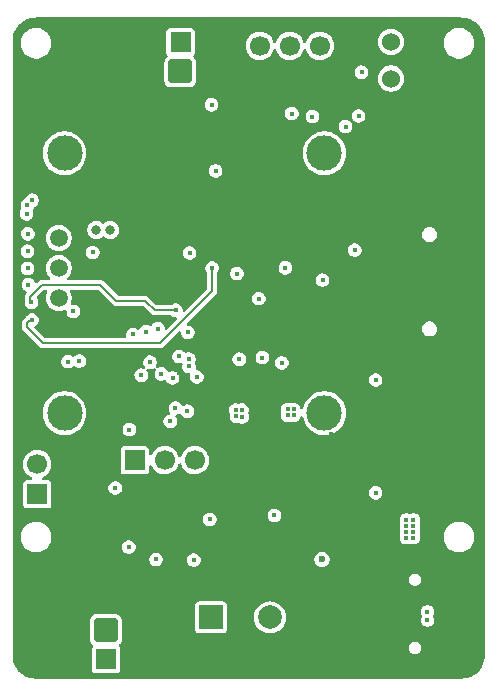
<source format=gbr>
%TF.GenerationSoftware,KiCad,Pcbnew,9.0.4*%
%TF.CreationDate,2025-12-12T14:24:18+03:00*%
%TF.ProjectId,mini_power_logger,6d696e69-5f70-46f7-9765-725f6c6f6767,rev?*%
%TF.SameCoordinates,Original*%
%TF.FileFunction,Copper,L3,Inr*%
%TF.FilePolarity,Positive*%
%FSLAX46Y46*%
G04 Gerber Fmt 4.6, Leading zero omitted, Abs format (unit mm)*
G04 Created by KiCad (PCBNEW 9.0.4) date 2025-12-12 14:24:18*
%MOMM*%
%LPD*%
G01*
G04 APERTURE LIST*
G04 Aperture macros list*
%AMRoundRect*
0 Rectangle with rounded corners*
0 $1 Rounding radius*
0 $2 $3 $4 $5 $6 $7 $8 $9 X,Y pos of 4 corners*
0 Add a 4 corners polygon primitive as box body*
4,1,4,$2,$3,$4,$5,$6,$7,$8,$9,$2,$3,0*
0 Add four circle primitives for the rounded corners*
1,1,$1+$1,$2,$3*
1,1,$1+$1,$4,$5*
1,1,$1+$1,$6,$7*
1,1,$1+$1,$8,$9*
0 Add four rect primitives between the rounded corners*
20,1,$1+$1,$2,$3,$4,$5,0*
20,1,$1+$1,$4,$5,$6,$7,0*
20,1,$1+$1,$6,$7,$8,$9,0*
20,1,$1+$1,$8,$9,$2,$3,0*%
G04 Aperture macros list end*
%TA.AperFunction,ComponentPad*%
%ADD10R,1.508000X1.508000*%
%TD*%
%TA.AperFunction,ComponentPad*%
%ADD11C,1.508000*%
%TD*%
%TA.AperFunction,ComponentPad*%
%ADD12C,3.000000*%
%TD*%
%TA.AperFunction,ComponentPad*%
%ADD13R,1.700000X1.700000*%
%TD*%
%TA.AperFunction,ComponentPad*%
%ADD14C,1.700000*%
%TD*%
%TA.AperFunction,ComponentPad*%
%ADD15R,2.000000X2.000000*%
%TD*%
%TA.AperFunction,ComponentPad*%
%ADD16C,2.000000*%
%TD*%
%TA.AperFunction,ComponentPad*%
%ADD17C,1.524000*%
%TD*%
%TA.AperFunction,ComponentPad*%
%ADD18RoundRect,0.250000X0.750000X0.750000X-0.750000X0.750000X-0.750000X-0.750000X0.750000X-0.750000X0*%
%TD*%
%TA.AperFunction,HeatsinkPad*%
%ADD19O,2.100000X1.000000*%
%TD*%
%TA.AperFunction,HeatsinkPad*%
%ADD20O,1.800000X1.000000*%
%TD*%
%TA.AperFunction,ComponentPad*%
%ADD21C,0.810000*%
%TD*%
%TA.AperFunction,ViaPad*%
%ADD22C,0.450000*%
%TD*%
%TA.AperFunction,ViaPad*%
%ADD23C,0.600000*%
%TD*%
%TA.AperFunction,Conductor*%
%ADD24C,0.130000*%
%TD*%
G04 APERTURE END LIST*
D10*
%TO.N,GND*%
%TO.C,U4*%
X161912500Y-78210000D03*
D11*
%TO.N,+3.3V*%
X161912500Y-75670000D03*
%TO.N,/SD Card & Oled Screen/OLED_SCL*%
X161912500Y-73130000D03*
%TO.N,/SD Card & Oled Screen/OLED_SDA*%
X161912500Y-70590000D03*
D12*
%TO.N,N/C*%
X162412500Y-85400000D03*
X162412500Y-63400000D03*
X184412500Y-63400000D03*
X184412500Y-85400000D03*
%TD*%
D13*
%TO.N,/SHUNT_V+*%
%TO.C,J1*%
X165920000Y-106250000D03*
D14*
%TO.N,GND*%
X163380000Y-106250000D03*
%TD*%
D15*
%TO.N,+3.3V*%
%TO.C,BZ1*%
X174800000Y-102700000D03*
D16*
%TO.N,Net-(BZ1--)*%
X179800000Y-102700000D03*
%TD*%
D17*
%TO.N,GND*%
%TO.C,J7*%
X192570000Y-54000000D03*
%TO.N,Net-(J7-Pad2)*%
X190030000Y-53980000D03*
%TD*%
%TO.N,GND*%
%TO.C,J6*%
X192570000Y-57100000D03*
%TO.N,Net-(J6-Pad2)*%
X190030000Y-57080000D03*
%TD*%
D18*
%TO.N,/SHUNT_V+*%
%TO.C,J3*%
X165905000Y-103782500D03*
D16*
%TO.N,GND*%
X162095000Y-103782500D03*
%TD*%
D13*
%TO.N,/SHUNT_V-*%
%TO.C,J1*%
X172227502Y-54000000D03*
D14*
%TO.N,GND*%
X169687502Y-54000000D03*
%TD*%
D19*
%TO.N,GND*%
%TO.C,J8*%
X191585000Y-106720000D03*
D20*
X195765000Y-106720000D03*
D19*
X191585000Y-98080000D03*
D20*
X195765000Y-98080000D03*
%TD*%
D13*
%TO.N,+3.3V*%
%TO.C,J5*%
X160100000Y-92275000D03*
D14*
%TO.N,Net-(J5-Pin_2)*%
X160100000Y-89735000D03*
%TD*%
D18*
%TO.N,/SHUNT_V-*%
%TO.C,J2*%
X172205000Y-56482500D03*
D16*
%TO.N,GND*%
X168395000Y-56482500D03*
%TD*%
D13*
%TO.N,GND*%
%TO.C,J4*%
X176390000Y-54300000D03*
D14*
%TO.N,+3.3V*%
X178930000Y-54300000D03*
%TO.N,/stm32f103/DIO*%
X181470000Y-54300000D03*
%TO.N,/stm32f103/CLK*%
X184010000Y-54300000D03*
%TD*%
D13*
%TO.N,/SHUNT_V+*%
%TO.C,J1*%
X168360000Y-89400000D03*
D14*
%TO.N,/Power/POWER_IN_P*%
X170900000Y-89400000D03*
%TO.N,/USB_PWR*%
X173440000Y-89400000D03*
%TD*%
D21*
%TO.N,Net-(U1-PC14-OSC32_IN)*%
%TO.C,Y1*%
X165100000Y-69900000D03*
%TO.N,Net-(U1-PC15-OSC32_OUT)*%
X166270000Y-69900000D03*
%TD*%
D22*
%TO.N,GND*%
X168075000Y-77300000D03*
X187600000Y-89500000D03*
X187250000Y-57500000D03*
X171000000Y-73750000D03*
X188800000Y-85375000D03*
X177200000Y-65625000D03*
X175150000Y-90500000D03*
X195625000Y-100675000D03*
X182825000Y-99350000D03*
X166475000Y-94250000D03*
X176550000Y-57350000D03*
X187550000Y-91375000D03*
X168200000Y-82475000D03*
X163325000Y-78150000D03*
X163525000Y-66450000D03*
X193100000Y-80225000D03*
X165775000Y-59500000D03*
X186875000Y-99025000D03*
X169475000Y-91175000D03*
X185900000Y-89500000D03*
X174500000Y-68900000D03*
X187625000Y-92925000D03*
X175150000Y-84950000D03*
X193225000Y-100175000D03*
X188125000Y-101175000D03*
X189350000Y-98650000D03*
X171275000Y-71375000D03*
X185925000Y-91375000D03*
X193300000Y-60300000D03*
X185000000Y-87200000D03*
X194750000Y-67350000D03*
X168575000Y-65800000D03*
X183375000Y-65850000D03*
X184575000Y-82300000D03*
X167875000Y-65650000D03*
X175200000Y-88050000D03*
X194600000Y-83150000D03*
X173850000Y-71750000D03*
X168800000Y-87500000D03*
X175125000Y-85825000D03*
X172250000Y-96225000D03*
X180700000Y-75800000D03*
X188825000Y-65650000D03*
X167975000Y-66500000D03*
X172550000Y-73800000D03*
X182800000Y-100725000D03*
X168875000Y-59450000D03*
X170800000Y-85325000D03*
X190200000Y-92925000D03*
X185000000Y-88900000D03*
X188700000Y-92950000D03*
X188125000Y-97250000D03*
X187800000Y-105575000D03*
X172100000Y-82050000D03*
X168775000Y-86050000D03*
%TO.N,+3.3V*%
X187300000Y-60250000D03*
X191950000Y-94450000D03*
X167900000Y-86800000D03*
X191350000Y-95450000D03*
X179150000Y-80700000D03*
X173000000Y-71850000D03*
X178850000Y-75720000D03*
X163150000Y-76800000D03*
X191950000Y-95450000D03*
X191350000Y-95950000D03*
X159262500Y-67787500D03*
X191350000Y-94950000D03*
X186976670Y-71607339D03*
X164800000Y-71800000D03*
X184250000Y-74150000D03*
X159662500Y-67387500D03*
X191350000Y-94450000D03*
X191950000Y-94950000D03*
X183400000Y-60300000D03*
X191950000Y-95950000D03*
X188750000Y-82600000D03*
X170150000Y-97800000D03*
X166700000Y-91750000D03*
X175200000Y-64900000D03*
X187550000Y-56550000D03*
X159200000Y-68525000D03*
X188750000Y-92150000D03*
%TO.N,Net-(U1-NRST)*%
X172843714Y-78569888D03*
X186200000Y-61150000D03*
%TO.N,/stm32f103/BUTTON_1*%
X170300000Y-78250000D03*
%TO.N,/stm32f103/BUTTON_2*%
X169300000Y-78500000D03*
%TO.N,/stm32f103/BUTTON_3*%
X168200000Y-78750000D03*
%TO.N,/SPI2_MISO*%
X171550000Y-82425000D03*
X159275000Y-71700000D03*
%TO.N,/SPI2_SCK*%
X159350000Y-74538574D03*
X172800000Y-85250000D03*
%TO.N,/SPI2_MOSI*%
X159275000Y-73150000D03*
X171800000Y-84975000D03*
%TO.N,/SPI2_CS*%
X171350000Y-86100000D03*
X159300000Y-70225000D03*
D23*
%TO.N,/USB_PWR*%
X184200000Y-97800000D03*
D22*
%TO.N,/stm32f103/CLK*%
X169650000Y-81100000D03*
%TO.N,/stm32f103/DIO*%
X168900000Y-82200000D03*
%TO.N,Net-(U5-SW)*%
X173600000Y-82350000D03*
X177425000Y-85150000D03*
X177463694Y-85711692D03*
X181300000Y-85100000D03*
X181800000Y-85100000D03*
X181300000Y-85600000D03*
X176900000Y-85150000D03*
X181800000Y-85600000D03*
X176950000Y-85675000D03*
%TO.N,Net-(J6-Pad2)*%
X174850000Y-59300000D03*
%TO.N,/Type C Connector/USB2_P*%
X193133629Y-102233548D03*
%TO.N,/Type C Connector/USB2_N*%
X193133629Y-102936548D03*
%TO.N,/SD Card & Oled Screen/SD_SCK*%
X177000000Y-73600000D03*
X181100000Y-73100000D03*
%TO.N,/UART2_RX*%
X159600000Y-76025000D03*
X171825000Y-76700000D03*
%TO.N,/UART2_TX*%
X174900000Y-73125000D03*
X159650000Y-77525000D03*
%TO.N,/Temp. & Power Sensors/SDA*%
X174700000Y-94400000D03*
X172950000Y-81450000D03*
%TO.N,/Temp. & Power Sensors/SCL*%
X167850000Y-96750000D03*
X172950000Y-80850000D03*
%TO.N,/Temp. & Power Sensors/ALERT*%
X173350000Y-97850000D03*
X172100000Y-80600000D03*
%TO.N,Net-(U5-EN)*%
X177200000Y-80850000D03*
X180800000Y-81150000D03*
%TO.N,Net-(J7-Pad2)*%
X181650000Y-60050000D03*
%TO.N,/SD Card & Oled Screen/OLED_SDA*%
X162700000Y-81050000D03*
%TO.N,/SD Card & Oled Screen/OLED_SCL*%
X163650000Y-81000000D03*
%TO.N,/BUZZER_PIN*%
X170600000Y-82075000D03*
X180175000Y-94075000D03*
%TD*%
D24*
%TO.N,/UART2_RX*%
X165425000Y-74550000D02*
X166775000Y-75900000D01*
X159450000Y-75575000D02*
X160475000Y-74550000D01*
X169250000Y-75900000D02*
X170050000Y-76700000D01*
X159600000Y-76025000D02*
X159450000Y-75875000D01*
X160475000Y-74550000D02*
X165425000Y-74550000D01*
X166775000Y-75900000D02*
X169250000Y-75900000D01*
X159450000Y-75875000D02*
X159450000Y-75575000D01*
X170050000Y-76700000D02*
X171825000Y-76700000D01*
%TO.N,/UART2_TX*%
X159650000Y-77525000D02*
X159450000Y-77525000D01*
X174900000Y-75075000D02*
X174900000Y-73125000D01*
X160550000Y-79500000D02*
X170475000Y-79500000D01*
X159450000Y-77525000D02*
X159200000Y-77775000D01*
X170475000Y-79500000D02*
X174900000Y-75075000D01*
X159200000Y-78150000D02*
X160550000Y-79500000D01*
X159200000Y-77775000D02*
X159200000Y-78150000D01*
%TD*%
%TA.AperFunction,Conductor*%
%TO.N,GND*%
G36*
X196004042Y-51910765D02*
G01*
X196028951Y-51912397D01*
X196251586Y-51926989D01*
X196267647Y-51929104D01*
X196506963Y-51976708D01*
X196522606Y-51980900D01*
X196753657Y-52059331D01*
X196768629Y-52065532D01*
X196983293Y-52171392D01*
X196987460Y-52173447D01*
X197001507Y-52181557D01*
X197204377Y-52317111D01*
X197217241Y-52326982D01*
X197400678Y-52487852D01*
X197412147Y-52499321D01*
X197573017Y-52682758D01*
X197582891Y-52695626D01*
X197718442Y-52898492D01*
X197726552Y-52912539D01*
X197834464Y-53131363D01*
X197840671Y-53146349D01*
X197919096Y-53377382D01*
X197923294Y-53393048D01*
X197970893Y-53632340D01*
X197973011Y-53648422D01*
X197989235Y-53895956D01*
X197989500Y-53904066D01*
X197989500Y-105895933D01*
X197989235Y-105904042D01*
X197989235Y-105904043D01*
X197973011Y-106151577D01*
X197970893Y-106167659D01*
X197923294Y-106406951D01*
X197919096Y-106422617D01*
X197840671Y-106653650D01*
X197834464Y-106668636D01*
X197726552Y-106887460D01*
X197718442Y-106901507D01*
X197582891Y-107104373D01*
X197573017Y-107117241D01*
X197412147Y-107300678D01*
X197400678Y-107312147D01*
X197217241Y-107473017D01*
X197204373Y-107482891D01*
X197001507Y-107618442D01*
X196987460Y-107626552D01*
X196768636Y-107734464D01*
X196753650Y-107740671D01*
X196522617Y-107819096D01*
X196506951Y-107823294D01*
X196267659Y-107870893D01*
X196251577Y-107873011D01*
X196004043Y-107889235D01*
X195995933Y-107889500D01*
X160004067Y-107889500D01*
X159995957Y-107889235D01*
X159748422Y-107873011D01*
X159732340Y-107870893D01*
X159493048Y-107823294D01*
X159477382Y-107819096D01*
X159246349Y-107740671D01*
X159231363Y-107734464D01*
X159012539Y-107626552D01*
X158998492Y-107618442D01*
X158795626Y-107482891D01*
X158782758Y-107473017D01*
X158599321Y-107312147D01*
X158587852Y-107300678D01*
X158500780Y-107201391D01*
X158426979Y-107117238D01*
X158417108Y-107104373D01*
X158360311Y-107019371D01*
X158281557Y-106901507D01*
X158273447Y-106887460D01*
X158225942Y-106791129D01*
X158165532Y-106668629D01*
X158159331Y-106653657D01*
X158080900Y-106422606D01*
X158076708Y-106406963D01*
X158029104Y-106167647D01*
X158026989Y-106151586D01*
X158010765Y-105904042D01*
X158010500Y-105895933D01*
X158010500Y-102993145D01*
X164554500Y-102993145D01*
X164554500Y-104571863D01*
X164569953Y-104689253D01*
X164569956Y-104689262D01*
X164619814Y-104809631D01*
X164630464Y-104835341D01*
X164726718Y-104960782D01*
X164776832Y-104999236D01*
X164818034Y-105055661D01*
X164822189Y-105125407D01*
X164789029Y-105185288D01*
X164780803Y-105193513D01*
X164729426Y-105298608D01*
X164719500Y-105366739D01*
X164719500Y-107133260D01*
X164729426Y-107201391D01*
X164780803Y-107306485D01*
X164863514Y-107389196D01*
X164863515Y-107389196D01*
X164863517Y-107389198D01*
X164968607Y-107440573D01*
X165002673Y-107445536D01*
X165036739Y-107450500D01*
X165036740Y-107450500D01*
X166803261Y-107450500D01*
X166825971Y-107447191D01*
X166871393Y-107440573D01*
X166976483Y-107389198D01*
X167059198Y-107306483D01*
X167110573Y-107201393D01*
X167120500Y-107133260D01*
X167120500Y-105366740D01*
X167110573Y-105298607D01*
X167073187Y-105222133D01*
X191569500Y-105222133D01*
X191569500Y-105357867D01*
X191571878Y-105366740D01*
X191604632Y-105488978D01*
X191672495Y-105606520D01*
X191672497Y-105606522D01*
X191672498Y-105606524D01*
X191768476Y-105702502D01*
X191768477Y-105702503D01*
X191768479Y-105702504D01*
X191886021Y-105770367D01*
X191886022Y-105770367D01*
X191886025Y-105770369D01*
X192017133Y-105805500D01*
X192017135Y-105805500D01*
X192152865Y-105805500D01*
X192152867Y-105805500D01*
X192283975Y-105770369D01*
X192401524Y-105702502D01*
X192497502Y-105606524D01*
X192565369Y-105488975D01*
X192600500Y-105357867D01*
X192600500Y-105222133D01*
X192565369Y-105091025D01*
X192561453Y-105084243D01*
X192497504Y-104973479D01*
X192497499Y-104973473D01*
X192401526Y-104877500D01*
X192401520Y-104877495D01*
X192283978Y-104809632D01*
X192283979Y-104809632D01*
X192268484Y-104805480D01*
X192152867Y-104774500D01*
X192017133Y-104774500D01*
X191901515Y-104805480D01*
X191886021Y-104809632D01*
X191768479Y-104877495D01*
X191768473Y-104877500D01*
X191672500Y-104973473D01*
X191672495Y-104973479D01*
X191604632Y-105091021D01*
X191604631Y-105091025D01*
X191569500Y-105222133D01*
X167073187Y-105222133D01*
X167059198Y-105193517D01*
X167028140Y-105162459D01*
X167020741Y-105150725D01*
X167014826Y-105129922D01*
X167004463Y-105110943D01*
X167005461Y-105096981D01*
X167001634Y-105083519D01*
X167007904Y-105062824D01*
X167009447Y-105041251D01*
X167017907Y-105029807D01*
X167021894Y-105016651D01*
X167037394Y-105003451D01*
X167050141Y-104986211D01*
X167083282Y-104960782D01*
X167179536Y-104835341D01*
X167240044Y-104689262D01*
X167255500Y-104571861D01*
X167255499Y-102993140D01*
X167255499Y-102993139D01*
X167255499Y-102993136D01*
X167240046Y-102875746D01*
X167240044Y-102875739D01*
X167240044Y-102875738D01*
X167179536Y-102729659D01*
X167083282Y-102604218D01*
X166957841Y-102507964D01*
X166811762Y-102447456D01*
X166811760Y-102447455D01*
X166694370Y-102432001D01*
X166694367Y-102432000D01*
X166694361Y-102432000D01*
X166694354Y-102432000D01*
X165115636Y-102432000D01*
X164998246Y-102447453D01*
X164998237Y-102447456D01*
X164852160Y-102507963D01*
X164726718Y-102604218D01*
X164630463Y-102729660D01*
X164569956Y-102875737D01*
X164569955Y-102875739D01*
X164554501Y-102993129D01*
X164554501Y-102993136D01*
X164554500Y-102993145D01*
X158010500Y-102993145D01*
X158010500Y-101666739D01*
X173449500Y-101666739D01*
X173449500Y-103733260D01*
X173459426Y-103801391D01*
X173510803Y-103906485D01*
X173593514Y-103989196D01*
X173593515Y-103989196D01*
X173593517Y-103989198D01*
X173698607Y-104040573D01*
X173732673Y-104045536D01*
X173766739Y-104050500D01*
X173766740Y-104050500D01*
X175833261Y-104050500D01*
X175855971Y-104047191D01*
X175901393Y-104040573D01*
X176006483Y-103989198D01*
X176089198Y-103906483D01*
X176140573Y-103801393D01*
X176150500Y-103733260D01*
X176150500Y-102593713D01*
X178449500Y-102593713D01*
X178449500Y-102806286D01*
X178482753Y-103016239D01*
X178548444Y-103218414D01*
X178644951Y-103407820D01*
X178769890Y-103579786D01*
X178920213Y-103730109D01*
X179092179Y-103855048D01*
X179092181Y-103855049D01*
X179092184Y-103855051D01*
X179281588Y-103951557D01*
X179483757Y-104017246D01*
X179693713Y-104050500D01*
X179693714Y-104050500D01*
X179906286Y-104050500D01*
X179906287Y-104050500D01*
X180116243Y-104017246D01*
X180318412Y-103951557D01*
X180507816Y-103855051D01*
X180529789Y-103839086D01*
X180679786Y-103730109D01*
X180679788Y-103730106D01*
X180679792Y-103730104D01*
X180830104Y-103579792D01*
X180830106Y-103579788D01*
X180830109Y-103579786D01*
X180955048Y-103407820D01*
X180955047Y-103407820D01*
X180955051Y-103407816D01*
X181051557Y-103218412D01*
X181117246Y-103016243D01*
X181150500Y-102806287D01*
X181150500Y-102593713D01*
X181117246Y-102383757D01*
X181051557Y-102181588D01*
X181039427Y-102157782D01*
X192558129Y-102157782D01*
X192558129Y-102309314D01*
X192595144Y-102447455D01*
X192597348Y-102455682D01*
X192597349Y-102455685D01*
X192636241Y-102523048D01*
X192652714Y-102590948D01*
X192636241Y-102647048D01*
X192597349Y-102714410D01*
X192597348Y-102714413D01*
X192558129Y-102860782D01*
X192558129Y-103012313D01*
X192597348Y-103158684D01*
X192631833Y-103218412D01*
X192673114Y-103289913D01*
X192780264Y-103397063D01*
X192911494Y-103472829D01*
X193057863Y-103512048D01*
X193057865Y-103512048D01*
X193209393Y-103512048D01*
X193209395Y-103512048D01*
X193355764Y-103472829D01*
X193486994Y-103397063D01*
X193594144Y-103289913D01*
X193669910Y-103158683D01*
X193709129Y-103012314D01*
X193709129Y-102860782D01*
X193669910Y-102714413D01*
X193669909Y-102714412D01*
X193669909Y-102714410D01*
X193631017Y-102647050D01*
X193614543Y-102579150D01*
X193631017Y-102523046D01*
X193639726Y-102507963D01*
X193669910Y-102455683D01*
X193709129Y-102309314D01*
X193709129Y-102157782D01*
X193669910Y-102011413D01*
X193594144Y-101880183D01*
X193486994Y-101773033D01*
X193421379Y-101735150D01*
X193355765Y-101697267D01*
X193282579Y-101677657D01*
X193209395Y-101658048D01*
X193057863Y-101658048D01*
X192911492Y-101697267D01*
X192780264Y-101773033D01*
X192780261Y-101773035D01*
X192673116Y-101880180D01*
X192673114Y-101880183D01*
X192597348Y-102011411D01*
X192558129Y-102157782D01*
X181039427Y-102157782D01*
X180955051Y-101992184D01*
X180955049Y-101992181D01*
X180955048Y-101992179D01*
X180830109Y-101820213D01*
X180679786Y-101669890D01*
X180507820Y-101544951D01*
X180318414Y-101448444D01*
X180318413Y-101448443D01*
X180318412Y-101448443D01*
X180116243Y-101382754D01*
X180116241Y-101382753D01*
X180116240Y-101382753D01*
X179954957Y-101357208D01*
X179906287Y-101349500D01*
X179693713Y-101349500D01*
X179645042Y-101357208D01*
X179483760Y-101382753D01*
X179281585Y-101448444D01*
X179092179Y-101544951D01*
X178920213Y-101669890D01*
X178769890Y-101820213D01*
X178644951Y-101992179D01*
X178548444Y-102181585D01*
X178482753Y-102383760D01*
X178449500Y-102593713D01*
X176150500Y-102593713D01*
X176150500Y-101666740D01*
X176140573Y-101598607D01*
X176089198Y-101493517D01*
X176089196Y-101493515D01*
X176089196Y-101493514D01*
X176006485Y-101410803D01*
X175901391Y-101359426D01*
X175833261Y-101349500D01*
X175833260Y-101349500D01*
X173766740Y-101349500D01*
X173766739Y-101349500D01*
X173698608Y-101359426D01*
X173593514Y-101410803D01*
X173510803Y-101493514D01*
X173459426Y-101598608D01*
X173449500Y-101666739D01*
X158010500Y-101666739D01*
X158010500Y-99442133D01*
X191569500Y-99442133D01*
X191569500Y-99577867D01*
X191604631Y-99708975D01*
X191604632Y-99708978D01*
X191672495Y-99826520D01*
X191672497Y-99826522D01*
X191672498Y-99826524D01*
X191768476Y-99922502D01*
X191768477Y-99922503D01*
X191768479Y-99922504D01*
X191886021Y-99990367D01*
X191886022Y-99990367D01*
X191886025Y-99990369D01*
X192017133Y-100025500D01*
X192017135Y-100025500D01*
X192152865Y-100025500D01*
X192152867Y-100025500D01*
X192283975Y-99990369D01*
X192401524Y-99922502D01*
X192497502Y-99826524D01*
X192565369Y-99708975D01*
X192600500Y-99577867D01*
X192600500Y-99442133D01*
X192565369Y-99311025D01*
X192497502Y-99193476D01*
X192401524Y-99097498D01*
X192401522Y-99097497D01*
X192401520Y-99097495D01*
X192283978Y-99029632D01*
X192283979Y-99029632D01*
X192268484Y-99025480D01*
X192152867Y-98994500D01*
X192017133Y-98994500D01*
X191901515Y-99025480D01*
X191886021Y-99029632D01*
X191768479Y-99097495D01*
X191768473Y-99097500D01*
X191672500Y-99193473D01*
X191672495Y-99193479D01*
X191604632Y-99311021D01*
X191604631Y-99311025D01*
X191569500Y-99442133D01*
X158010500Y-99442133D01*
X158010500Y-97724234D01*
X169574500Y-97724234D01*
X169574500Y-97875765D01*
X169613719Y-98022136D01*
X169642587Y-98072136D01*
X169689485Y-98153365D01*
X169796635Y-98260515D01*
X169927865Y-98336281D01*
X170074234Y-98375500D01*
X170074236Y-98375500D01*
X170225764Y-98375500D01*
X170225766Y-98375500D01*
X170372135Y-98336281D01*
X170503365Y-98260515D01*
X170610515Y-98153365D01*
X170686281Y-98022135D01*
X170725500Y-97875766D01*
X170725500Y-97774234D01*
X172774500Y-97774234D01*
X172774500Y-97925765D01*
X172813719Y-98072136D01*
X172851602Y-98137750D01*
X172889485Y-98203365D01*
X172996635Y-98310515D01*
X173127865Y-98386281D01*
X173274234Y-98425500D01*
X173274236Y-98425500D01*
X173425764Y-98425500D01*
X173425766Y-98425500D01*
X173572135Y-98386281D01*
X173703365Y-98310515D01*
X173810515Y-98203365D01*
X173886281Y-98072135D01*
X173925500Y-97925766D01*
X173925500Y-97864071D01*
X183549499Y-97864071D01*
X183574497Y-97989738D01*
X183574499Y-97989744D01*
X183623533Y-98108124D01*
X183623538Y-98108133D01*
X183694723Y-98214668D01*
X183694726Y-98214672D01*
X183785327Y-98305273D01*
X183785331Y-98305276D01*
X183891866Y-98376461D01*
X183891872Y-98376464D01*
X183891873Y-98376465D01*
X184010256Y-98425501D01*
X184010260Y-98425501D01*
X184010261Y-98425502D01*
X184135928Y-98450500D01*
X184135931Y-98450500D01*
X184264071Y-98450500D01*
X184348615Y-98433682D01*
X184389744Y-98425501D01*
X184508127Y-98376465D01*
X184614669Y-98305276D01*
X184705276Y-98214669D01*
X184776465Y-98108127D01*
X184825501Y-97989744D01*
X184838228Y-97925764D01*
X184850500Y-97864071D01*
X184850500Y-97735928D01*
X184825502Y-97610261D01*
X184825501Y-97610260D01*
X184825501Y-97610256D01*
X184787574Y-97518692D01*
X184776466Y-97491875D01*
X184776461Y-97491866D01*
X184705276Y-97385331D01*
X184705273Y-97385327D01*
X184614672Y-97294726D01*
X184614668Y-97294723D01*
X184508133Y-97223538D01*
X184508124Y-97223533D01*
X184389744Y-97174499D01*
X184389738Y-97174497D01*
X184264071Y-97149500D01*
X184264069Y-97149500D01*
X184135931Y-97149500D01*
X184135929Y-97149500D01*
X184010261Y-97174497D01*
X184010255Y-97174499D01*
X183891875Y-97223533D01*
X183891866Y-97223538D01*
X183785331Y-97294723D01*
X183785327Y-97294726D01*
X183694726Y-97385327D01*
X183694723Y-97385331D01*
X183623538Y-97491866D01*
X183623533Y-97491875D01*
X183574499Y-97610255D01*
X183574497Y-97610261D01*
X183549500Y-97735928D01*
X183549500Y-97735931D01*
X183549500Y-97864069D01*
X183549500Y-97864071D01*
X183549499Y-97864071D01*
X173925500Y-97864071D01*
X173925500Y-97774234D01*
X173886281Y-97627865D01*
X173810515Y-97496635D01*
X173703365Y-97389485D01*
X173637750Y-97351602D01*
X173572136Y-97313719D01*
X173498950Y-97294109D01*
X173425766Y-97274500D01*
X173274234Y-97274500D01*
X173127863Y-97313719D01*
X172996635Y-97389485D01*
X172996632Y-97389487D01*
X172889487Y-97496632D01*
X172889485Y-97496635D01*
X172813719Y-97627863D01*
X172774500Y-97774234D01*
X170725500Y-97774234D01*
X170725500Y-97724234D01*
X170686281Y-97577865D01*
X170610515Y-97446635D01*
X170503365Y-97339485D01*
X170437750Y-97301602D01*
X170372136Y-97263719D01*
X170298950Y-97244109D01*
X170225766Y-97224500D01*
X170074234Y-97224500D01*
X169927863Y-97263719D01*
X169796635Y-97339485D01*
X169796632Y-97339487D01*
X169689487Y-97446632D01*
X169689485Y-97446635D01*
X169613719Y-97577863D01*
X169574500Y-97724234D01*
X158010500Y-97724234D01*
X158010500Y-95798435D01*
X158709500Y-95798435D01*
X158709500Y-96001564D01*
X158741277Y-96202194D01*
X158741277Y-96202197D01*
X158804045Y-96395377D01*
X158827457Y-96441325D01*
X158870346Y-96525499D01*
X158896268Y-96576372D01*
X159015656Y-96740697D01*
X159015660Y-96740702D01*
X159159297Y-96884339D01*
X159159302Y-96884343D01*
X159280140Y-96972136D01*
X159323631Y-97003734D01*
X159504620Y-97095953D01*
X159504622Y-97095954D01*
X159697803Y-97158722D01*
X159697804Y-97158722D01*
X159697807Y-97158723D01*
X159898435Y-97190500D01*
X159898436Y-97190500D01*
X160101564Y-97190500D01*
X160101565Y-97190500D01*
X160302193Y-97158723D01*
X160302196Y-97158722D01*
X160302197Y-97158722D01*
X160495377Y-97095954D01*
X160495377Y-97095953D01*
X160495380Y-97095953D01*
X160676369Y-97003734D01*
X160840704Y-96884338D01*
X160984338Y-96740704D01*
X161032631Y-96674234D01*
X167274500Y-96674234D01*
X167274500Y-96825766D01*
X167294109Y-96898950D01*
X167313719Y-96972136D01*
X167351602Y-97037750D01*
X167389485Y-97103365D01*
X167496635Y-97210515D01*
X167627865Y-97286281D01*
X167774234Y-97325500D01*
X167774236Y-97325500D01*
X167925764Y-97325500D01*
X167925766Y-97325500D01*
X168072135Y-97286281D01*
X168203365Y-97210515D01*
X168310515Y-97103365D01*
X168386281Y-96972135D01*
X168425500Y-96825766D01*
X168425500Y-96674234D01*
X168386281Y-96527865D01*
X168310515Y-96396635D01*
X168203365Y-96289485D01*
X168137750Y-96251602D01*
X168072136Y-96213719D01*
X167998950Y-96194109D01*
X167925766Y-96174500D01*
X167774234Y-96174500D01*
X167627863Y-96213719D01*
X167496635Y-96289485D01*
X167496632Y-96289487D01*
X167389487Y-96396632D01*
X167389485Y-96396635D01*
X167313719Y-96527863D01*
X167300721Y-96576373D01*
X167274500Y-96674234D01*
X161032631Y-96674234D01*
X161103734Y-96576369D01*
X161195953Y-96395380D01*
X161225850Y-96303367D01*
X161258722Y-96202197D01*
X161258722Y-96202196D01*
X161258723Y-96202193D01*
X161290500Y-96001565D01*
X161290500Y-95798435D01*
X161258723Y-95597807D01*
X161258722Y-95597803D01*
X161258722Y-95597802D01*
X161195954Y-95404622D01*
X161180469Y-95374232D01*
X161103734Y-95223631D01*
X161063248Y-95167906D01*
X160984343Y-95059302D01*
X160984339Y-95059297D01*
X160840702Y-94915660D01*
X160840697Y-94915656D01*
X160676372Y-94796268D01*
X160676371Y-94796267D01*
X160676369Y-94796266D01*
X160550421Y-94732092D01*
X160495377Y-94704045D01*
X160302196Y-94641277D01*
X160151722Y-94617444D01*
X160101565Y-94609500D01*
X159898435Y-94609500D01*
X159831559Y-94620092D01*
X159697805Y-94641277D01*
X159697802Y-94641277D01*
X159504622Y-94704045D01*
X159323627Y-94796268D01*
X159159302Y-94915656D01*
X159159297Y-94915660D01*
X159015660Y-95059297D01*
X159015656Y-95059302D01*
X158896268Y-95223627D01*
X158804045Y-95404622D01*
X158741277Y-95597802D01*
X158741277Y-95597805D01*
X158709500Y-95798435D01*
X158010500Y-95798435D01*
X158010500Y-94324234D01*
X174124500Y-94324234D01*
X174124500Y-94475765D01*
X174163719Y-94622136D01*
X174201602Y-94687750D01*
X174239485Y-94753365D01*
X174346635Y-94860515D01*
X174477865Y-94936281D01*
X174624234Y-94975500D01*
X174624236Y-94975500D01*
X174775764Y-94975500D01*
X174775766Y-94975500D01*
X174922135Y-94936281D01*
X175053365Y-94860515D01*
X175160515Y-94753365D01*
X175236281Y-94622135D01*
X175275500Y-94475766D01*
X175275500Y-94324234D01*
X175236281Y-94177865D01*
X175220635Y-94150766D01*
X175164254Y-94053111D01*
X175164253Y-94053110D01*
X175160515Y-94046635D01*
X175113114Y-93999234D01*
X179599500Y-93999234D01*
X179599500Y-94150765D01*
X179638719Y-94297136D01*
X179676602Y-94362750D01*
X179714485Y-94428365D01*
X179821635Y-94535515D01*
X179952865Y-94611281D01*
X180099234Y-94650500D01*
X180099236Y-94650500D01*
X180250764Y-94650500D01*
X180250766Y-94650500D01*
X180397135Y-94611281D01*
X180528365Y-94535515D01*
X180635515Y-94428365D01*
X180666768Y-94374234D01*
X190774500Y-94374234D01*
X190774500Y-94525767D01*
X190812585Y-94667908D01*
X190812585Y-94732092D01*
X190774500Y-94874232D01*
X190774500Y-95025767D01*
X190812585Y-95167908D01*
X190812585Y-95232092D01*
X190774500Y-95374232D01*
X190774500Y-95525767D01*
X190812585Y-95667908D01*
X190812585Y-95732092D01*
X190774500Y-95874232D01*
X190774500Y-96025765D01*
X190813719Y-96172136D01*
X190851602Y-96237750D01*
X190889485Y-96303365D01*
X190996635Y-96410515D01*
X191083468Y-96460648D01*
X191127861Y-96486279D01*
X191127865Y-96486281D01*
X191274234Y-96525500D01*
X191274236Y-96525500D01*
X191425764Y-96525500D01*
X191425766Y-96525500D01*
X191572135Y-96486281D01*
X191587997Y-96477123D01*
X191655896Y-96460648D01*
X191712003Y-96477123D01*
X191727861Y-96486279D01*
X191727862Y-96486279D01*
X191727865Y-96486281D01*
X191874234Y-96525500D01*
X191874236Y-96525500D01*
X192025764Y-96525500D01*
X192025766Y-96525500D01*
X192172135Y-96486281D01*
X192303365Y-96410515D01*
X192410515Y-96303365D01*
X192486281Y-96172135D01*
X192525500Y-96025766D01*
X192525500Y-95874234D01*
X192505190Y-95798435D01*
X194509500Y-95798435D01*
X194509500Y-96001564D01*
X194541277Y-96202194D01*
X194541277Y-96202197D01*
X194604045Y-96395377D01*
X194627457Y-96441325D01*
X194670346Y-96525499D01*
X194696268Y-96576372D01*
X194815656Y-96740697D01*
X194815660Y-96740702D01*
X194959297Y-96884339D01*
X194959302Y-96884343D01*
X195080140Y-96972136D01*
X195123631Y-97003734D01*
X195304620Y-97095953D01*
X195304622Y-97095954D01*
X195497803Y-97158722D01*
X195497804Y-97158722D01*
X195497807Y-97158723D01*
X195698435Y-97190500D01*
X195698436Y-97190500D01*
X195901564Y-97190500D01*
X195901565Y-97190500D01*
X196102193Y-97158723D01*
X196102196Y-97158722D01*
X196102197Y-97158722D01*
X196295377Y-97095954D01*
X196295377Y-97095953D01*
X196295380Y-97095953D01*
X196476369Y-97003734D01*
X196640704Y-96884338D01*
X196784338Y-96740704D01*
X196903734Y-96576369D01*
X196995953Y-96395380D01*
X197025850Y-96303367D01*
X197058722Y-96202197D01*
X197058722Y-96202196D01*
X197058723Y-96202193D01*
X197090500Y-96001565D01*
X197090500Y-95798435D01*
X197058723Y-95597807D01*
X197058722Y-95597803D01*
X197058722Y-95597802D01*
X196995954Y-95404622D01*
X196980469Y-95374232D01*
X196903734Y-95223631D01*
X196863248Y-95167906D01*
X196784343Y-95059302D01*
X196784339Y-95059297D01*
X196640702Y-94915660D01*
X196640697Y-94915656D01*
X196476372Y-94796268D01*
X196476371Y-94796267D01*
X196476369Y-94796266D01*
X196350421Y-94732092D01*
X196295377Y-94704045D01*
X196102196Y-94641277D01*
X195951722Y-94617444D01*
X195901565Y-94609500D01*
X195698435Y-94609500D01*
X195631559Y-94620092D01*
X195497805Y-94641277D01*
X195497802Y-94641277D01*
X195304622Y-94704045D01*
X195123627Y-94796268D01*
X194959302Y-94915656D01*
X194959297Y-94915660D01*
X194815660Y-95059297D01*
X194815656Y-95059302D01*
X194696268Y-95223627D01*
X194604045Y-95404622D01*
X194541277Y-95597802D01*
X194541277Y-95597805D01*
X194509500Y-95798435D01*
X192505190Y-95798435D01*
X192487413Y-95732089D01*
X192487413Y-95667910D01*
X192525500Y-95525766D01*
X192525500Y-95374234D01*
X192487413Y-95232089D01*
X192487413Y-95167910D01*
X192525500Y-95025766D01*
X192525500Y-94874234D01*
X192487413Y-94732089D01*
X192487413Y-94667910D01*
X192525500Y-94525766D01*
X192525500Y-94374234D01*
X192486281Y-94227865D01*
X192410515Y-94096635D01*
X192303365Y-93989485D01*
X192237750Y-93951602D01*
X192172136Y-93913719D01*
X192098950Y-93894109D01*
X192025766Y-93874500D01*
X191874234Y-93874500D01*
X191727865Y-93913719D01*
X191727860Y-93913721D01*
X191711998Y-93922879D01*
X191644097Y-93939350D01*
X191588002Y-93922879D01*
X191572139Y-93913721D01*
X191572137Y-93913720D01*
X191572135Y-93913719D01*
X191425766Y-93874500D01*
X191274234Y-93874500D01*
X191127863Y-93913719D01*
X190996635Y-93989485D01*
X190996632Y-93989487D01*
X190889487Y-94096632D01*
X190889485Y-94096635D01*
X190813719Y-94227863D01*
X190774500Y-94374234D01*
X180666768Y-94374234D01*
X180711281Y-94297135D01*
X180750500Y-94150766D01*
X180750500Y-93999234D01*
X180711281Y-93852865D01*
X180635515Y-93721635D01*
X180528365Y-93614485D01*
X180462750Y-93576602D01*
X180397136Y-93538719D01*
X180323950Y-93519109D01*
X180250766Y-93499500D01*
X180099234Y-93499500D01*
X179952863Y-93538719D01*
X179821635Y-93614485D01*
X179821632Y-93614487D01*
X179714487Y-93721632D01*
X179714485Y-93721635D01*
X179638719Y-93852863D01*
X179599500Y-93999234D01*
X175113114Y-93999234D01*
X175053365Y-93939485D01*
X174987750Y-93901602D01*
X174922136Y-93863719D01*
X174848950Y-93844109D01*
X174775766Y-93824500D01*
X174624234Y-93824500D01*
X174477863Y-93863719D01*
X174346635Y-93939485D01*
X174346632Y-93939487D01*
X174239487Y-94046632D01*
X174239485Y-94046635D01*
X174163719Y-94177863D01*
X174124500Y-94324234D01*
X158010500Y-94324234D01*
X158010500Y-89640513D01*
X158899500Y-89640513D01*
X158899500Y-89829486D01*
X158929059Y-90016118D01*
X158987454Y-90195836D01*
X159066714Y-90351391D01*
X159073240Y-90364199D01*
X159184310Y-90517073D01*
X159317927Y-90650690D01*
X159470801Y-90761760D01*
X159567207Y-90810881D01*
X159624385Y-90840015D01*
X159675181Y-90887990D01*
X159691976Y-90955811D01*
X159669439Y-91021946D01*
X159614723Y-91065397D01*
X159568090Y-91074500D01*
X159216739Y-91074500D01*
X159148608Y-91084426D01*
X159043514Y-91135803D01*
X158960803Y-91218514D01*
X158909426Y-91323608D01*
X158899500Y-91391739D01*
X158899500Y-93158260D01*
X158909426Y-93226391D01*
X158960803Y-93331485D01*
X159043514Y-93414196D01*
X159043515Y-93414196D01*
X159043517Y-93414198D01*
X159148607Y-93465573D01*
X159182673Y-93470536D01*
X159216739Y-93475500D01*
X159216740Y-93475500D01*
X160983261Y-93475500D01*
X161005971Y-93472191D01*
X161051393Y-93465573D01*
X161156483Y-93414198D01*
X161239198Y-93331483D01*
X161290573Y-93226393D01*
X161300500Y-93158260D01*
X161300500Y-91674234D01*
X166124500Y-91674234D01*
X166124500Y-91825765D01*
X166163719Y-91972136D01*
X166182178Y-92004107D01*
X166239485Y-92103365D01*
X166346635Y-92210515D01*
X166477865Y-92286281D01*
X166624234Y-92325500D01*
X166624236Y-92325500D01*
X166775764Y-92325500D01*
X166775766Y-92325500D01*
X166922135Y-92286281D01*
X167053365Y-92210515D01*
X167160515Y-92103365D01*
X167177334Y-92074234D01*
X188174500Y-92074234D01*
X188174500Y-92225766D01*
X188190715Y-92286281D01*
X188213719Y-92372136D01*
X188251602Y-92437750D01*
X188289485Y-92503365D01*
X188396635Y-92610515D01*
X188527865Y-92686281D01*
X188674234Y-92725500D01*
X188674236Y-92725500D01*
X188825764Y-92725500D01*
X188825766Y-92725500D01*
X188972135Y-92686281D01*
X189103365Y-92610515D01*
X189210515Y-92503365D01*
X189286281Y-92372135D01*
X189325500Y-92225766D01*
X189325500Y-92074234D01*
X189286281Y-91927865D01*
X189210515Y-91796635D01*
X189103365Y-91689485D01*
X189037750Y-91651602D01*
X188972136Y-91613719D01*
X188898950Y-91594109D01*
X188825766Y-91574500D01*
X188674234Y-91574500D01*
X188527863Y-91613719D01*
X188396635Y-91689485D01*
X188396632Y-91689487D01*
X188289487Y-91796632D01*
X188289485Y-91796635D01*
X188213719Y-91927863D01*
X188193290Y-92004107D01*
X188174500Y-92074234D01*
X167177334Y-92074234D01*
X167236281Y-91972135D01*
X167275500Y-91825766D01*
X167275500Y-91674234D01*
X167236281Y-91527865D01*
X167160515Y-91396635D01*
X167053365Y-91289485D01*
X166987750Y-91251602D01*
X166922136Y-91213719D01*
X166848950Y-91194109D01*
X166775766Y-91174500D01*
X166624234Y-91174500D01*
X166477863Y-91213719D01*
X166346635Y-91289485D01*
X166346632Y-91289487D01*
X166239487Y-91396632D01*
X166239485Y-91396635D01*
X166163719Y-91527863D01*
X166124500Y-91674234D01*
X161300500Y-91674234D01*
X161300500Y-91391740D01*
X161290573Y-91323607D01*
X161239198Y-91218517D01*
X161239196Y-91218515D01*
X161239196Y-91218514D01*
X161156485Y-91135803D01*
X161051391Y-91084426D01*
X160983261Y-91074500D01*
X160983260Y-91074500D01*
X160631910Y-91074500D01*
X160564871Y-91054815D01*
X160519116Y-91002011D01*
X160509172Y-90932853D01*
X160538197Y-90869297D01*
X160575615Y-90840015D01*
X160610224Y-90822380D01*
X160729199Y-90761760D01*
X160882073Y-90650690D01*
X161015690Y-90517073D01*
X161126760Y-90364199D01*
X161212547Y-90195832D01*
X161270940Y-90016118D01*
X161300500Y-89829486D01*
X161300500Y-89640513D01*
X161270940Y-89453881D01*
X161243846Y-89370497D01*
X161212547Y-89274168D01*
X161212545Y-89274165D01*
X161212545Y-89274163D01*
X161133425Y-89118882D01*
X161126760Y-89105801D01*
X161015690Y-88952927D01*
X160882073Y-88819310D01*
X160729199Y-88708240D01*
X160561392Y-88622738D01*
X160561390Y-88622736D01*
X160560839Y-88622456D01*
X160560835Y-88622455D01*
X160560832Y-88622453D01*
X160485271Y-88597901D01*
X160381118Y-88564059D01*
X160194486Y-88534500D01*
X160194481Y-88534500D01*
X160005519Y-88534500D01*
X160005514Y-88534500D01*
X159818881Y-88564059D01*
X159639163Y-88622454D01*
X159470800Y-88708240D01*
X159384695Y-88770800D01*
X159317927Y-88819310D01*
X159317925Y-88819312D01*
X159317924Y-88819312D01*
X159184312Y-88952924D01*
X159184312Y-88952925D01*
X159184310Y-88952927D01*
X159155939Y-88991976D01*
X159073240Y-89105800D01*
X158987454Y-89274163D01*
X158929059Y-89453881D01*
X158899500Y-89640513D01*
X158010500Y-89640513D01*
X158010500Y-88516739D01*
X167159500Y-88516739D01*
X167159500Y-90283260D01*
X167169426Y-90351391D01*
X167220803Y-90456485D01*
X167303514Y-90539196D01*
X167303515Y-90539196D01*
X167303517Y-90539198D01*
X167408607Y-90590573D01*
X167442673Y-90595536D01*
X167476739Y-90600500D01*
X167476740Y-90600500D01*
X169243261Y-90600500D01*
X169265971Y-90597191D01*
X169311393Y-90590573D01*
X169416483Y-90539198D01*
X169499198Y-90456483D01*
X169550573Y-90351393D01*
X169560500Y-90283260D01*
X169560500Y-89931909D01*
X169580185Y-89864870D01*
X169632989Y-89819115D01*
X169702147Y-89809171D01*
X169765703Y-89838196D01*
X169794984Y-89875613D01*
X169873240Y-90029199D01*
X169984310Y-90182073D01*
X170117927Y-90315690D01*
X170270801Y-90426760D01*
X170329136Y-90456483D01*
X170439163Y-90512545D01*
X170439165Y-90512545D01*
X170439168Y-90512547D01*
X170521185Y-90539196D01*
X170618881Y-90570940D01*
X170805514Y-90600500D01*
X170805519Y-90600500D01*
X170994486Y-90600500D01*
X171181118Y-90570940D01*
X171360832Y-90512547D01*
X171529199Y-90426760D01*
X171682073Y-90315690D01*
X171815690Y-90182073D01*
X171926760Y-90029199D01*
X172012547Y-89860832D01*
X172052069Y-89739195D01*
X172091507Y-89681521D01*
X172155866Y-89654323D01*
X172224712Y-89666238D01*
X172276188Y-89713482D01*
X172287931Y-89739196D01*
X172327454Y-89860836D01*
X172363668Y-89931909D01*
X172413240Y-90029199D01*
X172524310Y-90182073D01*
X172657927Y-90315690D01*
X172810801Y-90426760D01*
X172869136Y-90456483D01*
X172979163Y-90512545D01*
X172979165Y-90512545D01*
X172979168Y-90512547D01*
X173061185Y-90539196D01*
X173158881Y-90570940D01*
X173345514Y-90600500D01*
X173345519Y-90600500D01*
X173534486Y-90600500D01*
X173721118Y-90570940D01*
X173900832Y-90512547D01*
X174069199Y-90426760D01*
X174222073Y-90315690D01*
X174355690Y-90182073D01*
X174466760Y-90029199D01*
X174552547Y-89860832D01*
X174610940Y-89681118D01*
X174617371Y-89640513D01*
X174640500Y-89494486D01*
X174640500Y-89305513D01*
X174610940Y-89118881D01*
X174564248Y-88975181D01*
X174552547Y-88939168D01*
X174552545Y-88939165D01*
X174552545Y-88939163D01*
X174507290Y-88850347D01*
X174466760Y-88770801D01*
X174355690Y-88617927D01*
X174222073Y-88484310D01*
X174069199Y-88373240D01*
X173900836Y-88287454D01*
X173721118Y-88229059D01*
X173534486Y-88199500D01*
X173534481Y-88199500D01*
X173345519Y-88199500D01*
X173345514Y-88199500D01*
X173158881Y-88229059D01*
X172979163Y-88287454D01*
X172810800Y-88373240D01*
X172723579Y-88436610D01*
X172657927Y-88484310D01*
X172657925Y-88484312D01*
X172657924Y-88484312D01*
X172524312Y-88617924D01*
X172524312Y-88617925D01*
X172524310Y-88617927D01*
X172520815Y-88622738D01*
X172413240Y-88770800D01*
X172327454Y-88939163D01*
X172287931Y-89060803D01*
X172248493Y-89118478D01*
X172184134Y-89145676D01*
X172115288Y-89133761D01*
X172063812Y-89086516D01*
X172052069Y-89060803D01*
X172024248Y-88975181D01*
X172012547Y-88939168D01*
X172012545Y-88939165D01*
X172012545Y-88939163D01*
X171967290Y-88850347D01*
X171926760Y-88770801D01*
X171815690Y-88617927D01*
X171682073Y-88484310D01*
X171529199Y-88373240D01*
X171360836Y-88287454D01*
X171181118Y-88229059D01*
X170994486Y-88199500D01*
X170994481Y-88199500D01*
X170805519Y-88199500D01*
X170805514Y-88199500D01*
X170618881Y-88229059D01*
X170439163Y-88287454D01*
X170270800Y-88373240D01*
X170183579Y-88436610D01*
X170117927Y-88484310D01*
X170117925Y-88484312D01*
X170117924Y-88484312D01*
X169984312Y-88617924D01*
X169984312Y-88617925D01*
X169984310Y-88617927D01*
X169980815Y-88622738D01*
X169873240Y-88770800D01*
X169794985Y-88924385D01*
X169747010Y-88975181D01*
X169679189Y-88991976D01*
X169613054Y-88969439D01*
X169569603Y-88914723D01*
X169560500Y-88868090D01*
X169560500Y-88516739D01*
X169550573Y-88448608D01*
X169550573Y-88448607D01*
X169499198Y-88343517D01*
X169499196Y-88343515D01*
X169499196Y-88343514D01*
X169416485Y-88260803D01*
X169311391Y-88209426D01*
X169243261Y-88199500D01*
X169243260Y-88199500D01*
X167476740Y-88199500D01*
X167476739Y-88199500D01*
X167408608Y-88209426D01*
X167303514Y-88260803D01*
X167220803Y-88343514D01*
X167169426Y-88448608D01*
X167159500Y-88516739D01*
X158010500Y-88516739D01*
X158010500Y-85278711D01*
X160562000Y-85278711D01*
X160562000Y-85521288D01*
X160593661Y-85761785D01*
X160656447Y-85996104D01*
X160729390Y-86172204D01*
X160749276Y-86220212D01*
X160870564Y-86430289D01*
X160870566Y-86430292D01*
X160870567Y-86430293D01*
X161018233Y-86622736D01*
X161018239Y-86622743D01*
X161189756Y-86794260D01*
X161189762Y-86794265D01*
X161382211Y-86941936D01*
X161592288Y-87063224D01*
X161816400Y-87156054D01*
X162050711Y-87218838D01*
X162231086Y-87242584D01*
X162291211Y-87250500D01*
X162291212Y-87250500D01*
X162533789Y-87250500D01*
X162581888Y-87244167D01*
X162774289Y-87218838D01*
X163008600Y-87156054D01*
X163232712Y-87063224D01*
X163442789Y-86941936D01*
X163635238Y-86794265D01*
X163705269Y-86724234D01*
X167324500Y-86724234D01*
X167324500Y-86875765D01*
X167363719Y-87022136D01*
X167387442Y-87063224D01*
X167439485Y-87153365D01*
X167546635Y-87260515D01*
X167677865Y-87336281D01*
X167824234Y-87375500D01*
X167824236Y-87375500D01*
X167975764Y-87375500D01*
X167975766Y-87375500D01*
X168122135Y-87336281D01*
X168253365Y-87260515D01*
X168360515Y-87153365D01*
X168436281Y-87022135D01*
X168475500Y-86875766D01*
X168475500Y-86724234D01*
X168436281Y-86577865D01*
X168360515Y-86446635D01*
X168253365Y-86339485D01*
X168187750Y-86301602D01*
X168122136Y-86263719D01*
X168018263Y-86235887D01*
X167975766Y-86224500D01*
X167824234Y-86224500D01*
X167677863Y-86263719D01*
X167546635Y-86339485D01*
X167546632Y-86339487D01*
X167439487Y-86446632D01*
X167439485Y-86446635D01*
X167363719Y-86577863D01*
X167324500Y-86724234D01*
X163705269Y-86724234D01*
X163801078Y-86628426D01*
X163806760Y-86622743D01*
X163806765Y-86622738D01*
X163954436Y-86430289D01*
X164075724Y-86220212D01*
X164156901Y-86024234D01*
X170774500Y-86024234D01*
X170774500Y-86175766D01*
X170790609Y-86235887D01*
X170813719Y-86322136D01*
X170823736Y-86339485D01*
X170889485Y-86453365D01*
X170996635Y-86560515D01*
X171127865Y-86636281D01*
X171274234Y-86675500D01*
X171274236Y-86675500D01*
X171425764Y-86675500D01*
X171425766Y-86675500D01*
X171572135Y-86636281D01*
X171703365Y-86560515D01*
X171810515Y-86453365D01*
X171886281Y-86322135D01*
X171925500Y-86175766D01*
X171925500Y-86024234D01*
X171886281Y-85877865D01*
X171810515Y-85746635D01*
X171810512Y-85746632D01*
X171810511Y-85746630D01*
X171809784Y-85745682D01*
X171809418Y-85744737D01*
X171806451Y-85739597D01*
X171807252Y-85739134D01*
X171784588Y-85680514D01*
X171798625Y-85612069D01*
X171847438Y-85562078D01*
X171876058Y-85550421D01*
X172022135Y-85511281D01*
X172112885Y-85458885D01*
X172180785Y-85442412D01*
X172246812Y-85465264D01*
X172282272Y-85504270D01*
X172339485Y-85603365D01*
X172446635Y-85710515D01*
X172577865Y-85786281D01*
X172724234Y-85825500D01*
X172724236Y-85825500D01*
X172875764Y-85825500D01*
X172875766Y-85825500D01*
X173022135Y-85786281D01*
X173153365Y-85710515D01*
X173260515Y-85603365D01*
X173336281Y-85472135D01*
X173375500Y-85325766D01*
X173375500Y-85174234D01*
X173348705Y-85074234D01*
X176324500Y-85074234D01*
X176324500Y-85225766D01*
X176359649Y-85356946D01*
X176363720Y-85372137D01*
X176363720Y-85372138D01*
X176386962Y-85412394D01*
X176403435Y-85480294D01*
X176399350Y-85506485D01*
X176374500Y-85599229D01*
X176374500Y-85599234D01*
X176374500Y-85750766D01*
X176393623Y-85822135D01*
X176413719Y-85897136D01*
X176446185Y-85953367D01*
X176489485Y-86028365D01*
X176596635Y-86135515D01*
X176727865Y-86211281D01*
X176874234Y-86250500D01*
X176874236Y-86250500D01*
X177025763Y-86250500D01*
X177025766Y-86250500D01*
X177126535Y-86223499D01*
X177196381Y-86225162D01*
X177220624Y-86235886D01*
X177241559Y-86247973D01*
X177387928Y-86287192D01*
X177387930Y-86287192D01*
X177539458Y-86287192D01*
X177539460Y-86287192D01*
X177685829Y-86247973D01*
X177817059Y-86172207D01*
X177924209Y-86065057D01*
X177999975Y-85933827D01*
X178039194Y-85787458D01*
X178039194Y-85635926D01*
X177999975Y-85489557D01*
X177989916Y-85472135D01*
X177977738Y-85451041D01*
X177961264Y-85383141D01*
X177965346Y-85356962D01*
X178000500Y-85225766D01*
X178000500Y-85074234D01*
X177987103Y-85024234D01*
X180724500Y-85024234D01*
X180724500Y-85175767D01*
X180762585Y-85317908D01*
X180762585Y-85382092D01*
X180724500Y-85524232D01*
X180724500Y-85675765D01*
X180763719Y-85822136D01*
X180795894Y-85877863D01*
X180839485Y-85953365D01*
X180946635Y-86060515D01*
X181050000Y-86120193D01*
X181076536Y-86135514D01*
X181077865Y-86136281D01*
X181224234Y-86175500D01*
X181224236Y-86175500D01*
X181375763Y-86175500D01*
X181375766Y-86175500D01*
X181517910Y-86137413D01*
X181582090Y-86137413D01*
X181724234Y-86175500D01*
X181724237Y-86175500D01*
X181875764Y-86175500D01*
X181875766Y-86175500D01*
X182022135Y-86136281D01*
X182153365Y-86060515D01*
X182260515Y-85953365D01*
X182336281Y-85822135D01*
X182353282Y-85758685D01*
X182389646Y-85699027D01*
X182452492Y-85668497D01*
X182521868Y-85676791D01*
X182575746Y-85721276D01*
X182592831Y-85758686D01*
X182593661Y-85761785D01*
X182593662Y-85761789D01*
X182639760Y-85933827D01*
X182656447Y-85996104D01*
X182729390Y-86172204D01*
X182749276Y-86220212D01*
X182870564Y-86430289D01*
X182870566Y-86430292D01*
X182870567Y-86430293D01*
X183018233Y-86622736D01*
X183018239Y-86622743D01*
X183189756Y-86794260D01*
X183189762Y-86794265D01*
X183382211Y-86941936D01*
X183592288Y-87063224D01*
X183816400Y-87156054D01*
X184050711Y-87218838D01*
X184231086Y-87242584D01*
X184291211Y-87250500D01*
X184291212Y-87250500D01*
X184533789Y-87250500D01*
X184581888Y-87244167D01*
X184774289Y-87218838D01*
X185008600Y-87156054D01*
X185232712Y-87063224D01*
X185442789Y-86941936D01*
X185635238Y-86794265D01*
X185806765Y-86622738D01*
X185954436Y-86430289D01*
X186075724Y-86220212D01*
X186168554Y-85996100D01*
X186231338Y-85761789D01*
X186263000Y-85521288D01*
X186263000Y-85278712D01*
X186231338Y-85038211D01*
X186168554Y-84803900D01*
X186075724Y-84579788D01*
X185954436Y-84369711D01*
X185806765Y-84177262D01*
X185806760Y-84177256D01*
X185635243Y-84005739D01*
X185635236Y-84005733D01*
X185442793Y-83858067D01*
X185442792Y-83858066D01*
X185442789Y-83858064D01*
X185232712Y-83736776D01*
X185232705Y-83736773D01*
X185008604Y-83643947D01*
X184774285Y-83581161D01*
X184533789Y-83549500D01*
X184533788Y-83549500D01*
X184291212Y-83549500D01*
X184291211Y-83549500D01*
X184050714Y-83581161D01*
X183816395Y-83643947D01*
X183592294Y-83736773D01*
X183592285Y-83736777D01*
X183382206Y-83858067D01*
X183189763Y-84005733D01*
X183189756Y-84005739D01*
X183018239Y-84177256D01*
X183018233Y-84177263D01*
X182870567Y-84369706D01*
X182749277Y-84579785D01*
X182749273Y-84579794D01*
X182656447Y-84803895D01*
X182606228Y-84991314D01*
X182569862Y-85050974D01*
X182507015Y-85081503D01*
X182437640Y-85073208D01*
X182383762Y-85028722D01*
X182366680Y-84991318D01*
X182336281Y-84877865D01*
X182260515Y-84746635D01*
X182153365Y-84639485D01*
X182087750Y-84601602D01*
X182022136Y-84563719D01*
X181948950Y-84544109D01*
X181875766Y-84524500D01*
X181724234Y-84524500D01*
X181724232Y-84524500D01*
X181582092Y-84562585D01*
X181517908Y-84562585D01*
X181375767Y-84524500D01*
X181375766Y-84524500D01*
X181224234Y-84524500D01*
X181077863Y-84563719D01*
X180946635Y-84639485D01*
X180946632Y-84639487D01*
X180839487Y-84746632D01*
X180839485Y-84746635D01*
X180763719Y-84877863D01*
X180724500Y-85024234D01*
X177987103Y-85024234D01*
X177961281Y-84927865D01*
X177885515Y-84796635D01*
X177778365Y-84689485D01*
X177712750Y-84651602D01*
X177647136Y-84613719D01*
X177520568Y-84579806D01*
X177500766Y-84574500D01*
X177349234Y-84574500D01*
X177202865Y-84613719D01*
X177202863Y-84613720D01*
X177195015Y-84615823D01*
X177194128Y-84612515D01*
X177140286Y-84618216D01*
X177130141Y-84615237D01*
X177129985Y-84615823D01*
X177122136Y-84613720D01*
X177122135Y-84613719D01*
X176975766Y-84574500D01*
X176824234Y-84574500D01*
X176677863Y-84613719D01*
X176546635Y-84689485D01*
X176546632Y-84689487D01*
X176439487Y-84796632D01*
X176439485Y-84796635D01*
X176363719Y-84927863D01*
X176346718Y-84991313D01*
X176324500Y-85074234D01*
X173348705Y-85074234D01*
X173336281Y-85027865D01*
X173260515Y-84896635D01*
X173153365Y-84789485D01*
X173079142Y-84746632D01*
X173022136Y-84713719D01*
X172931691Y-84689485D01*
X172875766Y-84674500D01*
X172724234Y-84674500D01*
X172577865Y-84713719D01*
X172577864Y-84713719D01*
X172577862Y-84713720D01*
X172577861Y-84713720D01*
X172487113Y-84766114D01*
X172419213Y-84782587D01*
X172353186Y-84759734D01*
X172317726Y-84720727D01*
X172260515Y-84621635D01*
X172153365Y-84514485D01*
X172087750Y-84476602D01*
X172022136Y-84438719D01*
X171948950Y-84419109D01*
X171875766Y-84399500D01*
X171724234Y-84399500D01*
X171577863Y-84438719D01*
X171446635Y-84514485D01*
X171446632Y-84514487D01*
X171339487Y-84621632D01*
X171339485Y-84621635D01*
X171263719Y-84752863D01*
X171224500Y-84899234D01*
X171224500Y-85050765D01*
X171263719Y-85197136D01*
X171280249Y-85225766D01*
X171339485Y-85328365D01*
X171339488Y-85328368D01*
X171340217Y-85329318D01*
X171340584Y-85330267D01*
X171343549Y-85335403D01*
X171342748Y-85335865D01*
X171365411Y-85394488D01*
X171351373Y-85462932D01*
X171302559Y-85512922D01*
X171273934Y-85524580D01*
X171127865Y-85563719D01*
X171127863Y-85563719D01*
X171127863Y-85563720D01*
X170996635Y-85639485D01*
X170996632Y-85639487D01*
X170889487Y-85746632D01*
X170889485Y-85746635D01*
X170813719Y-85877863D01*
X170785277Y-85984013D01*
X170774500Y-86024234D01*
X164156901Y-86024234D01*
X164168554Y-85996100D01*
X164231338Y-85761789D01*
X164263000Y-85521288D01*
X164263000Y-85278712D01*
X164231338Y-85038211D01*
X164168554Y-84803900D01*
X164075724Y-84579788D01*
X163954436Y-84369711D01*
X163806765Y-84177262D01*
X163806760Y-84177256D01*
X163635243Y-84005739D01*
X163635236Y-84005733D01*
X163442793Y-83858067D01*
X163442792Y-83858066D01*
X163442789Y-83858064D01*
X163232712Y-83736776D01*
X163232705Y-83736773D01*
X163008604Y-83643947D01*
X162774285Y-83581161D01*
X162533789Y-83549500D01*
X162533788Y-83549500D01*
X162291212Y-83549500D01*
X162291211Y-83549500D01*
X162050714Y-83581161D01*
X161816395Y-83643947D01*
X161592294Y-83736773D01*
X161592285Y-83736777D01*
X161382206Y-83858067D01*
X161189763Y-84005733D01*
X161189756Y-84005739D01*
X161018239Y-84177256D01*
X161018233Y-84177263D01*
X160870567Y-84369706D01*
X160749277Y-84579785D01*
X160749273Y-84579794D01*
X160656447Y-84803895D01*
X160593661Y-85038214D01*
X160562000Y-85278711D01*
X158010500Y-85278711D01*
X158010500Y-82124234D01*
X168324500Y-82124234D01*
X168324500Y-82275765D01*
X168363719Y-82422136D01*
X168367317Y-82428367D01*
X168439485Y-82553365D01*
X168546635Y-82660515D01*
X168677865Y-82736281D01*
X168824234Y-82775500D01*
X168824236Y-82775500D01*
X168975764Y-82775500D01*
X168975766Y-82775500D01*
X169122135Y-82736281D01*
X169253365Y-82660515D01*
X169360515Y-82553365D01*
X169436281Y-82422135D01*
X169475500Y-82275766D01*
X169475500Y-82124234D01*
X169436281Y-81977865D01*
X169360515Y-81846635D01*
X169360513Y-81846633D01*
X169356451Y-81839597D01*
X169358260Y-81838552D01*
X169337077Y-81783745D01*
X169351121Y-81715301D01*
X169399939Y-81665316D01*
X169468032Y-81649658D01*
X169492727Y-81653660D01*
X169574234Y-81675500D01*
X169574237Y-81675500D01*
X169725764Y-81675500D01*
X169725766Y-81675500D01*
X169872135Y-81636281D01*
X169946305Y-81593458D01*
X170014203Y-81576986D01*
X170080230Y-81599838D01*
X170123421Y-81654759D01*
X170130063Y-81724312D01*
X170115691Y-81762846D01*
X170063720Y-81852861D01*
X170063720Y-81852862D01*
X170024500Y-81999234D01*
X170024500Y-82150765D01*
X170063719Y-82297136D01*
X170093800Y-82349236D01*
X170139485Y-82428365D01*
X170246635Y-82535515D01*
X170357093Y-82599288D01*
X170377861Y-82611279D01*
X170377865Y-82611281D01*
X170524234Y-82650500D01*
X170524236Y-82650500D01*
X170675764Y-82650500D01*
X170675766Y-82650500D01*
X170822135Y-82611281D01*
X170842907Y-82599287D01*
X170910806Y-82582813D01*
X170976834Y-82605663D01*
X171012297Y-82644672D01*
X171013718Y-82647134D01*
X171013719Y-82647135D01*
X171089485Y-82778365D01*
X171196635Y-82885515D01*
X171327865Y-82961281D01*
X171474234Y-83000500D01*
X171474236Y-83000500D01*
X171625764Y-83000500D01*
X171625766Y-83000500D01*
X171772135Y-82961281D01*
X171903365Y-82885515D01*
X172010515Y-82778365D01*
X172086281Y-82647135D01*
X172125500Y-82500766D01*
X172125500Y-82349234D01*
X172086281Y-82202865D01*
X172010515Y-82071635D01*
X171903365Y-81964485D01*
X171837750Y-81926602D01*
X171772136Y-81888719D01*
X171698950Y-81869109D01*
X171625766Y-81849500D01*
X171474234Y-81849500D01*
X171327862Y-81888719D01*
X171307088Y-81900714D01*
X171239187Y-81917185D01*
X171173161Y-81894333D01*
X171137702Y-81855326D01*
X171096374Y-81783745D01*
X171060515Y-81721635D01*
X170953365Y-81614485D01*
X170859887Y-81560515D01*
X170822136Y-81538719D01*
X170716871Y-81510514D01*
X170675766Y-81499500D01*
X170524234Y-81499500D01*
X170377865Y-81538719D01*
X170377864Y-81538719D01*
X170377862Y-81538720D01*
X170377861Y-81538720D01*
X170303695Y-81581540D01*
X170235794Y-81598013D01*
X170169768Y-81575160D01*
X170126577Y-81520239D01*
X170119936Y-81450685D01*
X170134309Y-81412152D01*
X170139383Y-81403365D01*
X170186281Y-81322135D01*
X170225500Y-81175766D01*
X170225500Y-81024234D01*
X170186281Y-80877865D01*
X170110515Y-80746635D01*
X170003365Y-80639485D01*
X169916763Y-80589485D01*
X169872136Y-80563719D01*
X169781691Y-80539485D01*
X169725766Y-80524500D01*
X169574234Y-80524500D01*
X169427863Y-80563719D01*
X169296635Y-80639485D01*
X169296632Y-80639487D01*
X169189487Y-80746632D01*
X169189485Y-80746635D01*
X169113719Y-80877863D01*
X169087897Y-80974234D01*
X169074500Y-81024234D01*
X169074500Y-81175766D01*
X169090715Y-81236281D01*
X169113719Y-81322136D01*
X169143800Y-81374236D01*
X169189485Y-81453365D01*
X169189486Y-81453366D01*
X169193549Y-81460403D01*
X169191740Y-81461447D01*
X169212922Y-81516258D01*
X169198876Y-81584702D01*
X169150056Y-81634685D01*
X169081963Y-81650341D01*
X169057263Y-81646336D01*
X168975766Y-81624500D01*
X168824234Y-81624500D01*
X168677863Y-81663719D01*
X168546635Y-81739485D01*
X168546632Y-81739487D01*
X168439487Y-81846632D01*
X168439485Y-81846635D01*
X168363719Y-81977863D01*
X168324500Y-82124234D01*
X158010500Y-82124234D01*
X158010500Y-80974234D01*
X162124500Y-80974234D01*
X162124500Y-81125766D01*
X162133675Y-81160008D01*
X162163719Y-81272136D01*
X162201602Y-81337750D01*
X162239485Y-81403365D01*
X162346635Y-81510515D01*
X162477865Y-81586281D01*
X162624234Y-81625500D01*
X162624236Y-81625500D01*
X162775764Y-81625500D01*
X162775766Y-81625500D01*
X162922135Y-81586281D01*
X163053365Y-81510515D01*
X163112319Y-81451561D01*
X163173642Y-81418076D01*
X163243334Y-81423060D01*
X163287681Y-81451561D01*
X163296635Y-81460515D01*
X163427865Y-81536281D01*
X163574234Y-81575500D01*
X163574236Y-81575500D01*
X163725764Y-81575500D01*
X163725766Y-81575500D01*
X163872135Y-81536281D01*
X164003365Y-81460515D01*
X164110515Y-81353365D01*
X164186281Y-81222135D01*
X164225500Y-81075766D01*
X164225500Y-80924234D01*
X164186281Y-80777865D01*
X164110515Y-80646635D01*
X164003365Y-80539485D01*
X163976950Y-80524234D01*
X171524500Y-80524234D01*
X171524500Y-80675766D01*
X171543488Y-80746632D01*
X171563719Y-80822136D01*
X171567026Y-80827863D01*
X171639485Y-80953365D01*
X171746635Y-81060515D01*
X171877865Y-81136281D01*
X172024234Y-81175500D01*
X172024236Y-81175500D01*
X172175763Y-81175500D01*
X172175766Y-81175500D01*
X172239789Y-81158345D01*
X172309635Y-81160008D01*
X172367497Y-81199170D01*
X172395002Y-81263398D01*
X172391654Y-81310212D01*
X172374500Y-81374232D01*
X172374500Y-81374234D01*
X172374500Y-81525766D01*
X172390715Y-81586281D01*
X172413719Y-81672136D01*
X172444529Y-81725499D01*
X172489485Y-81803365D01*
X172596635Y-81910515D01*
X172727865Y-81986281D01*
X172874234Y-82025500D01*
X172874236Y-82025500D01*
X172929548Y-82025500D01*
X172996587Y-82045185D01*
X173042342Y-82097989D01*
X173052286Y-82167147D01*
X173049323Y-82181589D01*
X173024500Y-82274234D01*
X173024500Y-82425766D01*
X173025197Y-82428367D01*
X173063719Y-82572136D01*
X173079396Y-82599288D01*
X173139485Y-82703365D01*
X173246635Y-82810515D01*
X173360281Y-82876129D01*
X173376536Y-82885514D01*
X173377865Y-82886281D01*
X173524234Y-82925500D01*
X173524236Y-82925500D01*
X173675764Y-82925500D01*
X173675766Y-82925500D01*
X173822135Y-82886281D01*
X173953365Y-82810515D01*
X174060515Y-82703365D01*
X174136281Y-82572135D01*
X174149116Y-82524234D01*
X188174500Y-82524234D01*
X188174500Y-82675766D01*
X188190715Y-82736281D01*
X188213719Y-82822136D01*
X188250310Y-82885512D01*
X188289485Y-82953365D01*
X188396635Y-83060515D01*
X188527865Y-83136281D01*
X188674234Y-83175500D01*
X188674236Y-83175500D01*
X188825764Y-83175500D01*
X188825766Y-83175500D01*
X188972135Y-83136281D01*
X189103365Y-83060515D01*
X189210515Y-82953365D01*
X189286281Y-82822135D01*
X189325500Y-82675766D01*
X189325500Y-82524234D01*
X189286281Y-82377865D01*
X189210515Y-82246635D01*
X189103365Y-82139485D01*
X189031492Y-82097989D01*
X188972136Y-82063719D01*
X188898950Y-82044109D01*
X188825766Y-82024500D01*
X188674234Y-82024500D01*
X188527863Y-82063719D01*
X188396635Y-82139485D01*
X188396632Y-82139487D01*
X188289487Y-82246632D01*
X188289485Y-82246635D01*
X188213719Y-82377863D01*
X188200187Y-82428367D01*
X188174500Y-82524234D01*
X174149116Y-82524234D01*
X174175500Y-82425766D01*
X174175500Y-82274234D01*
X174136281Y-82127865D01*
X174060515Y-81996635D01*
X173953365Y-81889485D01*
X173865147Y-81838552D01*
X173822136Y-81813719D01*
X173710269Y-81783745D01*
X173675766Y-81774500D01*
X173620452Y-81774500D01*
X173553413Y-81754815D01*
X173507658Y-81702011D01*
X173497714Y-81632853D01*
X173500677Y-81618407D01*
X173525500Y-81525766D01*
X173525500Y-81374234D01*
X173486281Y-81227865D01*
X173482973Y-81222136D01*
X173477123Y-81212003D01*
X173460648Y-81144104D01*
X173477123Y-81087997D01*
X173481401Y-81080587D01*
X173486281Y-81072135D01*
X173525500Y-80925766D01*
X173525500Y-80774234D01*
X176624500Y-80774234D01*
X176624500Y-80925766D01*
X176631895Y-80953364D01*
X176663719Y-81072136D01*
X176672877Y-81087997D01*
X176739485Y-81203365D01*
X176846635Y-81310515D01*
X176977865Y-81386281D01*
X177124234Y-81425500D01*
X177124236Y-81425500D01*
X177275764Y-81425500D01*
X177275766Y-81425500D01*
X177422135Y-81386281D01*
X177553365Y-81310515D01*
X177660515Y-81203365D01*
X177736281Y-81072135D01*
X177775500Y-80925766D01*
X177775500Y-80774234D01*
X177736281Y-80627865D01*
X177734185Y-80624234D01*
X178574500Y-80624234D01*
X178574500Y-80775766D01*
X178580091Y-80796632D01*
X178613719Y-80922136D01*
X178651602Y-80987750D01*
X178689485Y-81053365D01*
X178796635Y-81160515D01*
X178927865Y-81236281D01*
X179074234Y-81275500D01*
X179074236Y-81275500D01*
X179225764Y-81275500D01*
X179225766Y-81275500D01*
X179372135Y-81236281D01*
X179503365Y-81160515D01*
X179589646Y-81074234D01*
X180224500Y-81074234D01*
X180224500Y-81225766D01*
X180234583Y-81263398D01*
X180263719Y-81372136D01*
X180281751Y-81403367D01*
X180339485Y-81503365D01*
X180446635Y-81610515D01*
X180577865Y-81686281D01*
X180724234Y-81725500D01*
X180724236Y-81725500D01*
X180875764Y-81725500D01*
X180875766Y-81725500D01*
X181022135Y-81686281D01*
X181153365Y-81610515D01*
X181260515Y-81503365D01*
X181336281Y-81372135D01*
X181375500Y-81225766D01*
X181375500Y-81074234D01*
X181336281Y-80927865D01*
X181260515Y-80796635D01*
X181153365Y-80689485D01*
X181079142Y-80646632D01*
X181022136Y-80613719D01*
X180931691Y-80589485D01*
X180875766Y-80574500D01*
X180724234Y-80574500D01*
X180577863Y-80613719D01*
X180446635Y-80689485D01*
X180446632Y-80689487D01*
X180339487Y-80796632D01*
X180339485Y-80796635D01*
X180263719Y-80927863D01*
X180243290Y-81004107D01*
X180224500Y-81074234D01*
X179589646Y-81074234D01*
X179610515Y-81053365D01*
X179686281Y-80922135D01*
X179725500Y-80775766D01*
X179725500Y-80624234D01*
X179686281Y-80477865D01*
X179610515Y-80346635D01*
X179503365Y-80239485D01*
X179437750Y-80201602D01*
X179372136Y-80163719D01*
X179281691Y-80139485D01*
X179225766Y-80124500D01*
X179074234Y-80124500D01*
X178927863Y-80163719D01*
X178796635Y-80239485D01*
X178796632Y-80239487D01*
X178689487Y-80346632D01*
X178689485Y-80346635D01*
X178613719Y-80477863D01*
X178590715Y-80563719D01*
X178574500Y-80624234D01*
X177734185Y-80624234D01*
X177660515Y-80496635D01*
X177553365Y-80389485D01*
X177479142Y-80346632D01*
X177422136Y-80313719D01*
X177338428Y-80291290D01*
X177275766Y-80274500D01*
X177124234Y-80274500D01*
X176977863Y-80313719D01*
X176846635Y-80389485D01*
X176846632Y-80389487D01*
X176739487Y-80496632D01*
X176739485Y-80496635D01*
X176663719Y-80627863D01*
X176631896Y-80746632D01*
X176624500Y-80774234D01*
X173525500Y-80774234D01*
X173486281Y-80627865D01*
X173483757Y-80623494D01*
X173464122Y-80589485D01*
X173410515Y-80496635D01*
X173303365Y-80389485D01*
X173229142Y-80346632D01*
X173172136Y-80313719D01*
X173088428Y-80291290D01*
X173025766Y-80274500D01*
X172874234Y-80274500D01*
X172727864Y-80313719D01*
X172724534Y-80315099D01*
X172721498Y-80315425D01*
X172720014Y-80315823D01*
X172719951Y-80315591D01*
X172655064Y-80322566D01*
X172592585Y-80291290D01*
X172569696Y-80262537D01*
X172560515Y-80246635D01*
X172453365Y-80139485D01*
X172387750Y-80101602D01*
X172322136Y-80063719D01*
X172248950Y-80044109D01*
X172175766Y-80024500D01*
X172024234Y-80024500D01*
X171877863Y-80063719D01*
X171746635Y-80139485D01*
X171746632Y-80139487D01*
X171639487Y-80246632D01*
X171639485Y-80246635D01*
X171563719Y-80377863D01*
X171551223Y-80424500D01*
X171524500Y-80524234D01*
X163976950Y-80524234D01*
X163929142Y-80496632D01*
X163872136Y-80463719D01*
X163798950Y-80444109D01*
X163725766Y-80424500D01*
X163574234Y-80424500D01*
X163427863Y-80463719D01*
X163296635Y-80539485D01*
X163237679Y-80598440D01*
X163176355Y-80631924D01*
X163106664Y-80626938D01*
X163062318Y-80598438D01*
X163053367Y-80589487D01*
X163053365Y-80589485D01*
X162987750Y-80551602D01*
X162922136Y-80513719D01*
X162788324Y-80477865D01*
X162775766Y-80474500D01*
X162624234Y-80474500D01*
X162477863Y-80513719D01*
X162346635Y-80589485D01*
X162346632Y-80589487D01*
X162239487Y-80696632D01*
X162239485Y-80696635D01*
X162163719Y-80827863D01*
X162138460Y-80922135D01*
X162124500Y-80974234D01*
X158010500Y-80974234D01*
X158010500Y-74462808D01*
X158774500Y-74462808D01*
X158774500Y-74614339D01*
X158813719Y-74760710D01*
X158851602Y-74826324D01*
X158889485Y-74891939D01*
X158996635Y-74999089D01*
X159127865Y-75074855D01*
X159134904Y-75078919D01*
X159133416Y-75081495D01*
X159144739Y-75090614D01*
X159168899Y-75106262D01*
X159171609Y-75112252D01*
X159176732Y-75116378D01*
X159185833Y-75143692D01*
X159197699Y-75169920D01*
X159196740Y-75176425D01*
X159198819Y-75182665D01*
X159191707Y-75210564D01*
X159187510Y-75239043D01*
X159182684Y-75245967D01*
X159181562Y-75250370D01*
X159168323Y-75268667D01*
X159165552Y-75271841D01*
X159117517Y-75319877D01*
X159111602Y-75330123D01*
X159105572Y-75340567D01*
X159105567Y-75340573D01*
X159062817Y-75414619D01*
X159062816Y-75414623D01*
X159034500Y-75520298D01*
X159034500Y-75520300D01*
X159034500Y-75895588D01*
X159030275Y-75927680D01*
X159024500Y-75949232D01*
X159024500Y-75949234D01*
X159024500Y-76100766D01*
X159041368Y-76163719D01*
X159063719Y-76247136D01*
X159085292Y-76284500D01*
X159139485Y-76378365D01*
X159246635Y-76485515D01*
X159377865Y-76561281D01*
X159524234Y-76600500D01*
X159524236Y-76600500D01*
X159675764Y-76600500D01*
X159675766Y-76600500D01*
X159822135Y-76561281D01*
X159953365Y-76485515D01*
X160060515Y-76378365D01*
X160136281Y-76247135D01*
X160175500Y-76100766D01*
X160175500Y-75949234D01*
X160136281Y-75802865D01*
X160136279Y-75802861D01*
X160064333Y-75678247D01*
X160047860Y-75610347D01*
X160070712Y-75544320D01*
X160084033Y-75528572D01*
X160610787Y-75001819D01*
X160637714Y-74987115D01*
X160663533Y-74970523D01*
X160669733Y-74969631D01*
X160672110Y-74968334D01*
X160698468Y-74965500D01*
X160829502Y-74965500D01*
X160896541Y-74985185D01*
X160942296Y-75037989D01*
X160952240Y-75107147D01*
X160939987Y-75145795D01*
X160888918Y-75246021D01*
X160835197Y-75411357D01*
X160835197Y-75411360D01*
X160816633Y-75528566D01*
X160808000Y-75583074D01*
X160808000Y-75756926D01*
X160814152Y-75795765D01*
X160835197Y-75928639D01*
X160835197Y-75928642D01*
X160888918Y-76093978D01*
X160892377Y-76100766D01*
X160967847Y-76248884D01*
X161070035Y-76389533D01*
X161192967Y-76512465D01*
X161333616Y-76614653D01*
X161476649Y-76687532D01*
X161488521Y-76693581D01*
X161653858Y-76747302D01*
X161653859Y-76747302D01*
X161653862Y-76747303D01*
X161825574Y-76774500D01*
X161825575Y-76774500D01*
X161999425Y-76774500D01*
X161999426Y-76774500D01*
X162171138Y-76747303D01*
X162171141Y-76747302D01*
X162171142Y-76747302D01*
X162336478Y-76693581D01*
X162336478Y-76693580D01*
X162336481Y-76693580D01*
X162394205Y-76664167D01*
X162462874Y-76651272D01*
X162527614Y-76677548D01*
X162567872Y-76734654D01*
X162574500Y-76774653D01*
X162574500Y-76875765D01*
X162613719Y-77022136D01*
X162638170Y-77064485D01*
X162689485Y-77153365D01*
X162796635Y-77260515D01*
X162927865Y-77336281D01*
X163074234Y-77375500D01*
X163074236Y-77375500D01*
X163225764Y-77375500D01*
X163225766Y-77375500D01*
X163372135Y-77336281D01*
X163503365Y-77260515D01*
X163610515Y-77153365D01*
X163686281Y-77022135D01*
X163725500Y-76875766D01*
X163725500Y-76724234D01*
X163686281Y-76577865D01*
X163610515Y-76446635D01*
X163503365Y-76339485D01*
X163427181Y-76295500D01*
X163372136Y-76263719D01*
X163255559Y-76232483D01*
X163225766Y-76224500D01*
X163074234Y-76224500D01*
X163066107Y-76224500D01*
X163066107Y-76221451D01*
X163011376Y-76212897D01*
X162959136Y-76166500D01*
X162940273Y-76099224D01*
X162946332Y-76062427D01*
X162989803Y-75928638D01*
X163017000Y-75756926D01*
X163017000Y-75583074D01*
X162989803Y-75411362D01*
X162989802Y-75411358D01*
X162989802Y-75411357D01*
X162936081Y-75246021D01*
X162936080Y-75246019D01*
X162885012Y-75145793D01*
X162872117Y-75077126D01*
X162898393Y-75012386D01*
X162955499Y-74972128D01*
X162995498Y-74965500D01*
X165201532Y-74965500D01*
X165268571Y-74985185D01*
X165289213Y-75001819D01*
X166519877Y-76232483D01*
X166519879Y-76232484D01*
X166519883Y-76232487D01*
X166602392Y-76280123D01*
X166602395Y-76280124D01*
X166614623Y-76287184D01*
X166720298Y-76315500D01*
X169026532Y-76315500D01*
X169093571Y-76335185D01*
X169114213Y-76351819D01*
X169794877Y-77032483D01*
X169889623Y-77087184D01*
X169995298Y-77115500D01*
X169995299Y-77115500D01*
X170104701Y-77115500D01*
X171375258Y-77115500D01*
X171442297Y-77135185D01*
X171462939Y-77151819D01*
X171471635Y-77160515D01*
X171602865Y-77236281D01*
X171749234Y-77275500D01*
X171749236Y-77275500D01*
X171812532Y-77275500D01*
X171879571Y-77295185D01*
X171925326Y-77347989D01*
X171935270Y-77417147D01*
X171906245Y-77480703D01*
X171900213Y-77487181D01*
X171087181Y-78300213D01*
X171025858Y-78333698D01*
X170956166Y-78328714D01*
X170900233Y-78286842D01*
X170875816Y-78221378D01*
X170875500Y-78212532D01*
X170875500Y-78174236D01*
X170875500Y-78174234D01*
X170836281Y-78027865D01*
X170760515Y-77896635D01*
X170653365Y-77789485D01*
X170533534Y-77720300D01*
X170522136Y-77713719D01*
X170448950Y-77694109D01*
X170375766Y-77674500D01*
X170224234Y-77674500D01*
X170077863Y-77713719D01*
X169946635Y-77789485D01*
X169946632Y-77789487D01*
X169839487Y-77896632D01*
X169839480Y-77896641D01*
X169793097Y-77976978D01*
X169742530Y-78025193D01*
X169673922Y-78038415D01*
X169623711Y-78022364D01*
X169575255Y-77994388D01*
X169522136Y-77963719D01*
X169448950Y-77944109D01*
X169375766Y-77924500D01*
X169224234Y-77924500D01*
X169077863Y-77963719D01*
X168946635Y-78039485D01*
X168946632Y-78039487D01*
X168839487Y-78146632D01*
X168839485Y-78146635D01*
X168763270Y-78278642D01*
X168712702Y-78326857D01*
X168644095Y-78340079D01*
X168579231Y-78314111D01*
X168568202Y-78304322D01*
X168553367Y-78289487D01*
X168553365Y-78289485D01*
X168465857Y-78238962D01*
X168422136Y-78213719D01*
X168348950Y-78194109D01*
X168275766Y-78174500D01*
X168124234Y-78174500D01*
X167977863Y-78213719D01*
X167846635Y-78289485D01*
X167846632Y-78289487D01*
X167739487Y-78396632D01*
X167739485Y-78396635D01*
X167663719Y-78527863D01*
X167646064Y-78593754D01*
X167624500Y-78674234D01*
X167624500Y-78825766D01*
X167652002Y-78928409D01*
X167650340Y-78998256D01*
X167611178Y-79056119D01*
X167546949Y-79083623D01*
X167532228Y-79084500D01*
X160773468Y-79084500D01*
X160706429Y-79064815D01*
X160685787Y-79048181D01*
X159876568Y-78238962D01*
X159843083Y-78177639D01*
X159848067Y-78107947D01*
X159889939Y-78052014D01*
X159902241Y-78043898D01*
X160003365Y-77985515D01*
X160110515Y-77878365D01*
X160186281Y-77747135D01*
X160225500Y-77600766D01*
X160225500Y-77449234D01*
X160186281Y-77302865D01*
X160110515Y-77171635D01*
X160003365Y-77064485D01*
X159930013Y-77022135D01*
X159872136Y-76988719D01*
X159798950Y-76969109D01*
X159725766Y-76949500D01*
X159574234Y-76949500D01*
X159427863Y-76988719D01*
X159296635Y-77064485D01*
X159189485Y-77171635D01*
X159161755Y-77219663D01*
X159142051Y-77245342D01*
X158867515Y-77519879D01*
X158830319Y-77584307D01*
X158830318Y-77584309D01*
X158812816Y-77614621D01*
X158802235Y-77654112D01*
X158784500Y-77720298D01*
X158784500Y-78204702D01*
X158804313Y-78278642D01*
X158812525Y-78309290D01*
X158812526Y-78309303D01*
X158812528Y-78309303D01*
X158812814Y-78310372D01*
X158812815Y-78310375D01*
X158862616Y-78396635D01*
X158867517Y-78405123D01*
X160294877Y-79832483D01*
X160389623Y-79887184D01*
X160495298Y-79915500D01*
X160495301Y-79915500D01*
X170529699Y-79915500D01*
X170529702Y-79915500D01*
X170635377Y-79887184D01*
X170730123Y-79832483D01*
X172056533Y-78506073D01*
X172117856Y-78472588D01*
X172187548Y-78477572D01*
X172243481Y-78519444D01*
X172267898Y-78584908D01*
X172268214Y-78593754D01*
X172268214Y-78645653D01*
X172307433Y-78792024D01*
X172331275Y-78833318D01*
X172383199Y-78923253D01*
X172490349Y-79030403D01*
X172621579Y-79106169D01*
X172767948Y-79145388D01*
X172767950Y-79145388D01*
X172919478Y-79145388D01*
X172919480Y-79145388D01*
X173065849Y-79106169D01*
X173197079Y-79030403D01*
X173304229Y-78923253D01*
X173379995Y-78792023D01*
X173419214Y-78645654D01*
X173419214Y-78494122D01*
X173379995Y-78347753D01*
X173304229Y-78216523D01*
X173294617Y-78206911D01*
X192659500Y-78206911D01*
X192659500Y-78333088D01*
X192684112Y-78456819D01*
X192684115Y-78456831D01*
X192732394Y-78573388D01*
X192732396Y-78573392D01*
X192802487Y-78678290D01*
X192802493Y-78678298D01*
X192891701Y-78767506D01*
X192891709Y-78767512D01*
X192996607Y-78837603D01*
X192996611Y-78837605D01*
X193113168Y-78885884D01*
X193113173Y-78885886D01*
X193236911Y-78910499D01*
X193236914Y-78910500D01*
X193236916Y-78910500D01*
X193363086Y-78910500D01*
X193363087Y-78910499D01*
X193486827Y-78885886D01*
X193603390Y-78837604D01*
X193603392Y-78837603D01*
X193655490Y-78802791D01*
X193708295Y-78767509D01*
X193797509Y-78678295D01*
X193832791Y-78625490D01*
X193867603Y-78573392D01*
X193867605Y-78573388D01*
X193889949Y-78519444D01*
X193915886Y-78456827D01*
X193940500Y-78333084D01*
X193940500Y-78206916D01*
X193940500Y-78206913D01*
X193940499Y-78206911D01*
X193934052Y-78174500D01*
X193915886Y-78083173D01*
X193879110Y-77994388D01*
X193867605Y-77966611D01*
X193867603Y-77966607D01*
X193797512Y-77861709D01*
X193797506Y-77861701D01*
X193708298Y-77772493D01*
X193708290Y-77772487D01*
X193603392Y-77702396D01*
X193603388Y-77702394D01*
X193486831Y-77654115D01*
X193486819Y-77654112D01*
X193363087Y-77629500D01*
X193363084Y-77629500D01*
X193236916Y-77629500D01*
X193236913Y-77629500D01*
X193113180Y-77654112D01*
X193113168Y-77654115D01*
X192996611Y-77702394D01*
X192996607Y-77702396D01*
X192891709Y-77772487D01*
X192891701Y-77772493D01*
X192802493Y-77861701D01*
X192802487Y-77861709D01*
X192732396Y-77966607D01*
X192732394Y-77966611D01*
X192684115Y-78083168D01*
X192684112Y-78083180D01*
X192659500Y-78206911D01*
X173294617Y-78206911D01*
X173197079Y-78109373D01*
X173083667Y-78043894D01*
X173065850Y-78033607D01*
X172992664Y-78013997D01*
X172919480Y-77994388D01*
X172867580Y-77994388D01*
X172800541Y-77974703D01*
X172754786Y-77921899D01*
X172744842Y-77852741D01*
X172773867Y-77789185D01*
X172779899Y-77782707D01*
X174918372Y-75644234D01*
X178274500Y-75644234D01*
X178274500Y-75795766D01*
X178276402Y-75802865D01*
X178313719Y-75942136D01*
X178351602Y-76007750D01*
X178389485Y-76073365D01*
X178496635Y-76180515D01*
X178627865Y-76256281D01*
X178774234Y-76295500D01*
X178774236Y-76295500D01*
X178925764Y-76295500D01*
X178925766Y-76295500D01*
X179072135Y-76256281D01*
X179203365Y-76180515D01*
X179310515Y-76073365D01*
X179386281Y-75942135D01*
X179425500Y-75795766D01*
X179425500Y-75644234D01*
X179386281Y-75497865D01*
X179310515Y-75366635D01*
X179203365Y-75259485D01*
X179118632Y-75210564D01*
X179072136Y-75183719D01*
X178998950Y-75164109D01*
X178925766Y-75144500D01*
X178774234Y-75144500D01*
X178627863Y-75183719D01*
X178496635Y-75259485D01*
X178496632Y-75259487D01*
X178389487Y-75366632D01*
X178389485Y-75366635D01*
X178313719Y-75497863D01*
X178283580Y-75610347D01*
X178274500Y-75644234D01*
X174918372Y-75644234D01*
X175014180Y-75548426D01*
X175114425Y-75448181D01*
X175232483Y-75330123D01*
X175287184Y-75235377D01*
X175299928Y-75187816D01*
X175315500Y-75129702D01*
X175315500Y-73574742D01*
X175330331Y-73524234D01*
X176424500Y-73524234D01*
X176424500Y-73675766D01*
X176433374Y-73708884D01*
X176463719Y-73822136D01*
X176479537Y-73849533D01*
X176539485Y-73953365D01*
X176646635Y-74060515D01*
X176777865Y-74136281D01*
X176924234Y-74175500D01*
X176924236Y-74175500D01*
X177075764Y-74175500D01*
X177075766Y-74175500D01*
X177222135Y-74136281D01*
X177329603Y-74074234D01*
X183674500Y-74074234D01*
X183674500Y-74225765D01*
X183713719Y-74372136D01*
X183720938Y-74384639D01*
X183789485Y-74503365D01*
X183896635Y-74610515D01*
X184027865Y-74686281D01*
X184174234Y-74725500D01*
X184174236Y-74725500D01*
X184325764Y-74725500D01*
X184325766Y-74725500D01*
X184472135Y-74686281D01*
X184603365Y-74610515D01*
X184710515Y-74503365D01*
X184786281Y-74372135D01*
X184825500Y-74225766D01*
X184825500Y-74074234D01*
X184786281Y-73927865D01*
X184710515Y-73796635D01*
X184603365Y-73689485D01*
X184537750Y-73651602D01*
X184472136Y-73613719D01*
X184398950Y-73594109D01*
X184325766Y-73574500D01*
X184174234Y-73574500D01*
X184027863Y-73613719D01*
X183896635Y-73689485D01*
X183896632Y-73689487D01*
X183789487Y-73796632D01*
X183789485Y-73796635D01*
X183713719Y-73927863D01*
X183674500Y-74074234D01*
X177329603Y-74074234D01*
X177353365Y-74060515D01*
X177460515Y-73953365D01*
X177536281Y-73822135D01*
X177575500Y-73675766D01*
X177575500Y-73524234D01*
X177536281Y-73377865D01*
X177460515Y-73246635D01*
X177353365Y-73139485D01*
X177276797Y-73095278D01*
X177222136Y-73063719D01*
X177145086Y-73043074D01*
X177075766Y-73024500D01*
X176924234Y-73024500D01*
X176777863Y-73063719D01*
X176646635Y-73139485D01*
X176646632Y-73139487D01*
X176539487Y-73246632D01*
X176539485Y-73246635D01*
X176463719Y-73377863D01*
X176436791Y-73478364D01*
X176424500Y-73524234D01*
X175330331Y-73524234D01*
X175335185Y-73507703D01*
X175339025Y-73502073D01*
X175344821Y-73494058D01*
X175360515Y-73478365D01*
X175436281Y-73347135D01*
X175475500Y-73200766D01*
X175475500Y-73049234D01*
X175468801Y-73024234D01*
X180524500Y-73024234D01*
X180524500Y-73175766D01*
X180535529Y-73216926D01*
X180563719Y-73322136D01*
X180592587Y-73372136D01*
X180639485Y-73453365D01*
X180746635Y-73560515D01*
X180877865Y-73636281D01*
X181024234Y-73675500D01*
X181024236Y-73675500D01*
X181175764Y-73675500D01*
X181175766Y-73675500D01*
X181322135Y-73636281D01*
X181453365Y-73560515D01*
X181560515Y-73453365D01*
X181636281Y-73322135D01*
X181675500Y-73175766D01*
X181675500Y-73024234D01*
X181636281Y-72877865D01*
X181632526Y-72871362D01*
X181626129Y-72860281D01*
X181560515Y-72746635D01*
X181453365Y-72639485D01*
X181365436Y-72588719D01*
X181322136Y-72563719D01*
X181248950Y-72544109D01*
X181175766Y-72524500D01*
X181024234Y-72524500D01*
X180877863Y-72563719D01*
X180746635Y-72639485D01*
X180746632Y-72639487D01*
X180639487Y-72746632D01*
X180639485Y-72746635D01*
X180563719Y-72877863D01*
X180524500Y-73024234D01*
X175468801Y-73024234D01*
X175436281Y-72902865D01*
X175360515Y-72771635D01*
X175253365Y-72664485D01*
X175165436Y-72613719D01*
X175122136Y-72588719D01*
X175048950Y-72569109D01*
X174975766Y-72549500D01*
X174824234Y-72549500D01*
X174677863Y-72588719D01*
X174546635Y-72664485D01*
X174546632Y-72664487D01*
X174439487Y-72771632D01*
X174439485Y-72771635D01*
X174363719Y-72902863D01*
X174357020Y-72927865D01*
X174324500Y-73049234D01*
X174324500Y-73200766D01*
X174344109Y-73273950D01*
X174363719Y-73347136D01*
X174378153Y-73372136D01*
X174439485Y-73478365D01*
X174439487Y-73478367D01*
X174448181Y-73487061D01*
X174481666Y-73548384D01*
X174484500Y-73574742D01*
X174484500Y-74851532D01*
X174464815Y-74918571D01*
X174448181Y-74939213D01*
X172612181Y-76775213D01*
X172550858Y-76808698D01*
X172481166Y-76803714D01*
X172425233Y-76761842D01*
X172400816Y-76696378D01*
X172400500Y-76687532D01*
X172400500Y-76624236D01*
X172400500Y-76624234D01*
X172361281Y-76477865D01*
X172285515Y-76346635D01*
X172178365Y-76239485D01*
X172112750Y-76201602D01*
X172047136Y-76163719D01*
X171973950Y-76144109D01*
X171900766Y-76124500D01*
X171749234Y-76124500D01*
X171602863Y-76163719D01*
X171471635Y-76239485D01*
X171471632Y-76239487D01*
X171462939Y-76248181D01*
X171401616Y-76281666D01*
X171375258Y-76284500D01*
X170273468Y-76284500D01*
X170206429Y-76264815D01*
X170185787Y-76248181D01*
X169505124Y-75567518D01*
X169505123Y-75567517D01*
X169410377Y-75512816D01*
X169410378Y-75512816D01*
X169383958Y-75505737D01*
X169304702Y-75484500D01*
X169304699Y-75484500D01*
X166998468Y-75484500D01*
X166931429Y-75464815D01*
X166910787Y-75448181D01*
X165680124Y-74217518D01*
X165680123Y-74217517D01*
X165585377Y-74162816D01*
X165585378Y-74162816D01*
X165550908Y-74153580D01*
X165479702Y-74134500D01*
X165479699Y-74134500D01*
X162769360Y-74134500D01*
X162702321Y-74114815D01*
X162656566Y-74062011D01*
X162646622Y-73992853D01*
X162675647Y-73929297D01*
X162681679Y-73922819D01*
X162754965Y-73849533D01*
X162857153Y-73708884D01*
X162936080Y-73553981D01*
X162951117Y-73507703D01*
X162989802Y-73388642D01*
X162989802Y-73388641D01*
X162989803Y-73388638D01*
X163017000Y-73216926D01*
X163017000Y-73043074D01*
X162989803Y-72871362D01*
X162989802Y-72871358D01*
X162989802Y-72871357D01*
X162936081Y-72706021D01*
X162936080Y-72706019D01*
X162857153Y-72551116D01*
X162754965Y-72410467D01*
X162632033Y-72287535D01*
X162491384Y-72185347D01*
X162486460Y-72182838D01*
X162336478Y-72106418D01*
X162171141Y-72052697D01*
X162042354Y-72032299D01*
X161999426Y-72025500D01*
X161825574Y-72025500D01*
X161768336Y-72034565D01*
X161653860Y-72052697D01*
X161653857Y-72052697D01*
X161488521Y-72106418D01*
X161333615Y-72185347D01*
X161263513Y-72236280D01*
X161192967Y-72287535D01*
X161192965Y-72287537D01*
X161192964Y-72287537D01*
X161070037Y-72410464D01*
X161070037Y-72410465D01*
X161070035Y-72410467D01*
X161059114Y-72425499D01*
X160967847Y-72551115D01*
X160888918Y-72706021D01*
X160835197Y-72871357D01*
X160835197Y-72871360D01*
X160808000Y-73043074D01*
X160808000Y-73216925D01*
X160835197Y-73388639D01*
X160835197Y-73388642D01*
X160888918Y-73553978D01*
X160956330Y-73686280D01*
X160967847Y-73708884D01*
X161070035Y-73849533D01*
X161070037Y-73849535D01*
X161143321Y-73922819D01*
X161176806Y-73984142D01*
X161171822Y-74053834D01*
X161129950Y-74109767D01*
X161064486Y-74134184D01*
X161055640Y-74134500D01*
X160420298Y-74134500D01*
X160349092Y-74153580D01*
X160349091Y-74153579D01*
X160314627Y-74162814D01*
X160314622Y-74162816D01*
X160219879Y-74217515D01*
X160086239Y-74351155D01*
X160024916Y-74384639D01*
X159955224Y-74379655D01*
X159899291Y-74337783D01*
X159890949Y-74323129D01*
X159890345Y-74323478D01*
X159886280Y-74316437D01*
X159810515Y-74185209D01*
X159703365Y-74078059D01*
X159637750Y-74040176D01*
X159572136Y-74002293D01*
X159483061Y-73978426D01*
X159425766Y-73963074D01*
X159274234Y-73963074D01*
X159216939Y-73978426D01*
X159127863Y-74002293D01*
X158996635Y-74078059D01*
X158996632Y-74078061D01*
X158889487Y-74185206D01*
X158889485Y-74185209D01*
X158813719Y-74316437D01*
X158774500Y-74462808D01*
X158010500Y-74462808D01*
X158010500Y-73074234D01*
X158699500Y-73074234D01*
X158699500Y-73225765D01*
X158738719Y-73372136D01*
X158748249Y-73388642D01*
X158814485Y-73503365D01*
X158921635Y-73610515D01*
X159052865Y-73686281D01*
X159199234Y-73725500D01*
X159199236Y-73725500D01*
X159215541Y-73725500D01*
X159350766Y-73725500D01*
X159497135Y-73686281D01*
X159628365Y-73610515D01*
X159735515Y-73503365D01*
X159811281Y-73372135D01*
X159850500Y-73225766D01*
X159850500Y-73074234D01*
X159811281Y-72927865D01*
X159735515Y-72796635D01*
X159628365Y-72689485D01*
X159562750Y-72651602D01*
X159497136Y-72613719D01*
X159423950Y-72594109D01*
X159350766Y-72574500D01*
X159199234Y-72574500D01*
X159052863Y-72613719D01*
X158921635Y-72689485D01*
X158921632Y-72689487D01*
X158814487Y-72796632D01*
X158814485Y-72796635D01*
X158738719Y-72927863D01*
X158699500Y-73074234D01*
X158010500Y-73074234D01*
X158010500Y-71624234D01*
X158699500Y-71624234D01*
X158699500Y-71775765D01*
X158738719Y-71922136D01*
X158740815Y-71925766D01*
X158814485Y-72053365D01*
X158921635Y-72160515D01*
X159052865Y-72236281D01*
X159199234Y-72275500D01*
X159199236Y-72275500D01*
X159350764Y-72275500D01*
X159350766Y-72275500D01*
X159497135Y-72236281D01*
X159628365Y-72160515D01*
X159735515Y-72053365D01*
X159811281Y-71922135D01*
X159850500Y-71775766D01*
X159850500Y-71724234D01*
X164224500Y-71724234D01*
X164224500Y-71875765D01*
X164263719Y-72022136D01*
X164292587Y-72072136D01*
X164339485Y-72153365D01*
X164446635Y-72260515D01*
X164577865Y-72336281D01*
X164724234Y-72375500D01*
X164724236Y-72375500D01*
X164875764Y-72375500D01*
X164875766Y-72375500D01*
X165022135Y-72336281D01*
X165153365Y-72260515D01*
X165260515Y-72153365D01*
X165336281Y-72022135D01*
X165375500Y-71875766D01*
X165375500Y-71774234D01*
X172424500Y-71774234D01*
X172424500Y-71925765D01*
X172463719Y-72072136D01*
X172501602Y-72137750D01*
X172539485Y-72203365D01*
X172646635Y-72310515D01*
X172777865Y-72386281D01*
X172924234Y-72425500D01*
X172924236Y-72425500D01*
X173075764Y-72425500D01*
X173075766Y-72425500D01*
X173222135Y-72386281D01*
X173353365Y-72310515D01*
X173460515Y-72203365D01*
X173536281Y-72072135D01*
X173575500Y-71925766D01*
X173575500Y-71774234D01*
X173536281Y-71627865D01*
X173523439Y-71605622D01*
X173511792Y-71585448D01*
X173511791Y-71585447D01*
X173505160Y-71573963D01*
X173480686Y-71531573D01*
X186401170Y-71531573D01*
X186401170Y-71683104D01*
X186440389Y-71829475D01*
X186467115Y-71875765D01*
X186516155Y-71960704D01*
X186623305Y-72067854D01*
X186754535Y-72143620D01*
X186900904Y-72182839D01*
X186900906Y-72182839D01*
X187052434Y-72182839D01*
X187052436Y-72182839D01*
X187198805Y-72143620D01*
X187330035Y-72067854D01*
X187437185Y-71960704D01*
X187512951Y-71829474D01*
X187552170Y-71683105D01*
X187552170Y-71531573D01*
X187512951Y-71385204D01*
X187437185Y-71253974D01*
X187330035Y-71146824D01*
X187264420Y-71108941D01*
X187198806Y-71071058D01*
X187125620Y-71051448D01*
X187052436Y-71031839D01*
X186900904Y-71031839D01*
X186754533Y-71071058D01*
X186623305Y-71146824D01*
X186623302Y-71146826D01*
X186516157Y-71253971D01*
X186516155Y-71253974D01*
X186440389Y-71385202D01*
X186401170Y-71531573D01*
X173480686Y-71531573D01*
X173460515Y-71496635D01*
X173353365Y-71389485D01*
X173279142Y-71346632D01*
X173222136Y-71313719D01*
X173148950Y-71294109D01*
X173075766Y-71274500D01*
X172924234Y-71274500D01*
X172777863Y-71313719D01*
X172646635Y-71389485D01*
X172646632Y-71389487D01*
X172539487Y-71496632D01*
X172539485Y-71496635D01*
X172463719Y-71627863D01*
X172424500Y-71774234D01*
X165375500Y-71774234D01*
X165375500Y-71724234D01*
X165336281Y-71577865D01*
X165260515Y-71446635D01*
X165153365Y-71339485D01*
X165087750Y-71301602D01*
X165022136Y-71263719D01*
X164931691Y-71239485D01*
X164875766Y-71224500D01*
X164724234Y-71224500D01*
X164577863Y-71263719D01*
X164446635Y-71339485D01*
X164446632Y-71339487D01*
X164339487Y-71446632D01*
X164339485Y-71446635D01*
X164263719Y-71577863D01*
X164224500Y-71724234D01*
X159850500Y-71724234D01*
X159850500Y-71624234D01*
X159811281Y-71477865D01*
X159735515Y-71346635D01*
X159628365Y-71239485D01*
X159562750Y-71201602D01*
X159497136Y-71163719D01*
X159423950Y-71144109D01*
X159350766Y-71124500D01*
X159199234Y-71124500D01*
X159052863Y-71163719D01*
X158921635Y-71239485D01*
X158921632Y-71239487D01*
X158814487Y-71346632D01*
X158814485Y-71346635D01*
X158738719Y-71477863D01*
X158699500Y-71624234D01*
X158010500Y-71624234D01*
X158010500Y-70149234D01*
X158724500Y-70149234D01*
X158724500Y-70300766D01*
X158733160Y-70333086D01*
X158763719Y-70447136D01*
X158801602Y-70512750D01*
X158839485Y-70578365D01*
X158946635Y-70685515D01*
X159077865Y-70761281D01*
X159224234Y-70800500D01*
X159224236Y-70800500D01*
X159375764Y-70800500D01*
X159375766Y-70800500D01*
X159522135Y-70761281D01*
X159653365Y-70685515D01*
X159760515Y-70578365D01*
X159803984Y-70503074D01*
X160808000Y-70503074D01*
X160808000Y-70676926D01*
X160821361Y-70761280D01*
X160835197Y-70848639D01*
X160835197Y-70848642D01*
X160888918Y-71013978D01*
X160888920Y-71013981D01*
X160967847Y-71168884D01*
X161070035Y-71309533D01*
X161192967Y-71432465D01*
X161333616Y-71534653D01*
X161433305Y-71585447D01*
X161488521Y-71613581D01*
X161653858Y-71667302D01*
X161653859Y-71667302D01*
X161653862Y-71667303D01*
X161825574Y-71694500D01*
X161825575Y-71694500D01*
X161999425Y-71694500D01*
X161999426Y-71694500D01*
X162171138Y-71667303D01*
X162171141Y-71667302D01*
X162171142Y-71667302D01*
X162292528Y-71627861D01*
X162336481Y-71613580D01*
X162352098Y-71605623D01*
X162352100Y-71605622D01*
X162391695Y-71585447D01*
X162491384Y-71534653D01*
X162632033Y-71432465D01*
X162754965Y-71309533D01*
X162857153Y-71168884D01*
X162936080Y-71013981D01*
X162977700Y-70885887D01*
X162989802Y-70848642D01*
X162989802Y-70848641D01*
X162989803Y-70848638D01*
X163017000Y-70676926D01*
X163017000Y-70503074D01*
X162989803Y-70331362D01*
X162989802Y-70331358D01*
X162989802Y-70331357D01*
X162936081Y-70166021D01*
X162929639Y-70153377D01*
X162857153Y-70011116D01*
X162754965Y-69870467D01*
X162710083Y-69825585D01*
X164344500Y-69825585D01*
X164344500Y-69974414D01*
X164373530Y-70120363D01*
X164373533Y-70120372D01*
X164430480Y-70257857D01*
X164430487Y-70257870D01*
X164513163Y-70381602D01*
X164513166Y-70381606D01*
X164618393Y-70486833D01*
X164618397Y-70486836D01*
X164742129Y-70569512D01*
X164742142Y-70569519D01*
X164845255Y-70612229D01*
X164879629Y-70626467D01*
X164879631Y-70626467D01*
X164879636Y-70626469D01*
X165025585Y-70655499D01*
X165025589Y-70655500D01*
X165025590Y-70655500D01*
X165174411Y-70655500D01*
X165174412Y-70655499D01*
X165223063Y-70645822D01*
X165320363Y-70626469D01*
X165320366Y-70626467D01*
X165320371Y-70626467D01*
X165437718Y-70577860D01*
X165457857Y-70569519D01*
X165457857Y-70569518D01*
X165457864Y-70569516D01*
X165581603Y-70486836D01*
X165597317Y-70471122D01*
X165658639Y-70437635D01*
X165728331Y-70442618D01*
X165772683Y-70471122D01*
X165788394Y-70486834D01*
X165788397Y-70486836D01*
X165912129Y-70569512D01*
X165912142Y-70569519D01*
X166015255Y-70612229D01*
X166049629Y-70626467D01*
X166049631Y-70626467D01*
X166049636Y-70626469D01*
X166195585Y-70655499D01*
X166195589Y-70655500D01*
X166195590Y-70655500D01*
X166344411Y-70655500D01*
X166344412Y-70655499D01*
X166393063Y-70645822D01*
X166490363Y-70626469D01*
X166490366Y-70626467D01*
X166490371Y-70626467D01*
X166607718Y-70577860D01*
X166627857Y-70569519D01*
X166627857Y-70569518D01*
X166627864Y-70569516D01*
X166751603Y-70486836D01*
X166856836Y-70381603D01*
X166939516Y-70257864D01*
X166960621Y-70206911D01*
X192659500Y-70206911D01*
X192659500Y-70333088D01*
X192684112Y-70456819D01*
X192684115Y-70456831D01*
X192732394Y-70573388D01*
X192732396Y-70573392D01*
X192802487Y-70678290D01*
X192802493Y-70678298D01*
X192891701Y-70767506D01*
X192891709Y-70767512D01*
X192996607Y-70837603D01*
X192996611Y-70837605D01*
X193113168Y-70885884D01*
X193113173Y-70885886D01*
X193236911Y-70910499D01*
X193236914Y-70910500D01*
X193236916Y-70910500D01*
X193363086Y-70910500D01*
X193363087Y-70910499D01*
X193486827Y-70885886D01*
X193603390Y-70837604D01*
X193603392Y-70837603D01*
X193658922Y-70800499D01*
X193708295Y-70767509D01*
X193797509Y-70678295D01*
X193832791Y-70625490D01*
X193867603Y-70573392D01*
X193867605Y-70573388D01*
X193903456Y-70486836D01*
X193915886Y-70456827D01*
X193940500Y-70333084D01*
X193940500Y-70206916D01*
X193940500Y-70206913D01*
X193940499Y-70206911D01*
X193929850Y-70153377D01*
X193915886Y-70083173D01*
X193886039Y-70011115D01*
X193867605Y-69966611D01*
X193867603Y-69966607D01*
X193797512Y-69861709D01*
X193797506Y-69861701D01*
X193708298Y-69772493D01*
X193708290Y-69772487D01*
X193603392Y-69702396D01*
X193603388Y-69702394D01*
X193486831Y-69654115D01*
X193486819Y-69654112D01*
X193363087Y-69629500D01*
X193363084Y-69629500D01*
X193236916Y-69629500D01*
X193236913Y-69629500D01*
X193113180Y-69654112D01*
X193113168Y-69654115D01*
X192996611Y-69702394D01*
X192996607Y-69702396D01*
X192891709Y-69772487D01*
X192891701Y-69772493D01*
X192802493Y-69861701D01*
X192802487Y-69861709D01*
X192732396Y-69966607D01*
X192732394Y-69966611D01*
X192684115Y-70083168D01*
X192684112Y-70083180D01*
X192659500Y-70206911D01*
X166960621Y-70206911D01*
X166996467Y-70120371D01*
X167025500Y-69974410D01*
X167025500Y-69825590D01*
X167014938Y-69772491D01*
X166996469Y-69679636D01*
X166996466Y-69679627D01*
X166939519Y-69542142D01*
X166939512Y-69542129D01*
X166856836Y-69418397D01*
X166856833Y-69418393D01*
X166751606Y-69313166D01*
X166751602Y-69313163D01*
X166627870Y-69230487D01*
X166627857Y-69230480D01*
X166490372Y-69173533D01*
X166490363Y-69173530D01*
X166344414Y-69144500D01*
X166344410Y-69144500D01*
X166195590Y-69144500D01*
X166195585Y-69144500D01*
X166049636Y-69173530D01*
X166049627Y-69173533D01*
X165912142Y-69230480D01*
X165912129Y-69230487D01*
X165788397Y-69313163D01*
X165788393Y-69313166D01*
X165772681Y-69328879D01*
X165711358Y-69362364D01*
X165641666Y-69357380D01*
X165597319Y-69328879D01*
X165581606Y-69313166D01*
X165581602Y-69313163D01*
X165457870Y-69230487D01*
X165457857Y-69230480D01*
X165320372Y-69173533D01*
X165320363Y-69173530D01*
X165174414Y-69144500D01*
X165174410Y-69144500D01*
X165025590Y-69144500D01*
X165025585Y-69144500D01*
X164879636Y-69173530D01*
X164879627Y-69173533D01*
X164742142Y-69230480D01*
X164742129Y-69230487D01*
X164618397Y-69313163D01*
X164618393Y-69313166D01*
X164513166Y-69418393D01*
X164513163Y-69418397D01*
X164430487Y-69542129D01*
X164430480Y-69542142D01*
X164373533Y-69679627D01*
X164373530Y-69679636D01*
X164344500Y-69825585D01*
X162710083Y-69825585D01*
X162632033Y-69747535D01*
X162491384Y-69645347D01*
X162460283Y-69629500D01*
X162336478Y-69566418D01*
X162171141Y-69512697D01*
X162042354Y-69492299D01*
X161999426Y-69485500D01*
X161825574Y-69485500D01*
X161768336Y-69494565D01*
X161653860Y-69512697D01*
X161653857Y-69512697D01*
X161488521Y-69566418D01*
X161333615Y-69645347D01*
X161286431Y-69679629D01*
X161192967Y-69747535D01*
X161192965Y-69747537D01*
X161192964Y-69747537D01*
X161070037Y-69870464D01*
X161070037Y-69870465D01*
X161070035Y-69870467D01*
X161026149Y-69930869D01*
X160967847Y-70011115D01*
X160888918Y-70166021D01*
X160835197Y-70331357D01*
X160835197Y-70331360D01*
X160818365Y-70437635D01*
X160808000Y-70503074D01*
X159803984Y-70503074D01*
X159836281Y-70447135D01*
X159875500Y-70300766D01*
X159875500Y-70149234D01*
X159836281Y-70002865D01*
X159760515Y-69871635D01*
X159653365Y-69764485D01*
X159587750Y-69726602D01*
X159522136Y-69688719D01*
X159448950Y-69669109D01*
X159375766Y-69649500D01*
X159224234Y-69649500D01*
X159077863Y-69688719D01*
X158946635Y-69764485D01*
X158946632Y-69764487D01*
X158839487Y-69871632D01*
X158839485Y-69871635D01*
X158763719Y-70002863D01*
X158761508Y-70011115D01*
X158724500Y-70149234D01*
X158010500Y-70149234D01*
X158010500Y-68449234D01*
X158624500Y-68449234D01*
X158624500Y-68600765D01*
X158663719Y-68747136D01*
X158701602Y-68812750D01*
X158739485Y-68878365D01*
X158846635Y-68985515D01*
X158977865Y-69061281D01*
X159124234Y-69100500D01*
X159124236Y-69100500D01*
X159275764Y-69100500D01*
X159275766Y-69100500D01*
X159422135Y-69061281D01*
X159553365Y-68985515D01*
X159660515Y-68878365D01*
X159736281Y-68747135D01*
X159775500Y-68600766D01*
X159775500Y-68449234D01*
X159736281Y-68302865D01*
X159718638Y-68272306D01*
X159702166Y-68204410D01*
X159717435Y-68150443D01*
X159722347Y-68141532D01*
X159723015Y-68140865D01*
X159798781Y-68009635D01*
X159802298Y-67996508D01*
X159809578Y-67983303D01*
X159824100Y-67968897D01*
X159834746Y-67951427D01*
X159850243Y-67942964D01*
X159859182Y-67934098D01*
X159871160Y-67931542D01*
X159877595Y-67928028D01*
X159877125Y-67926892D01*
X159884633Y-67923782D01*
X159884635Y-67923781D01*
X160015865Y-67848015D01*
X160123015Y-67740865D01*
X160198781Y-67609635D01*
X160238000Y-67463266D01*
X160238000Y-67311734D01*
X160198781Y-67165365D01*
X160123015Y-67034135D01*
X160015865Y-66926985D01*
X159950250Y-66889102D01*
X159884636Y-66851219D01*
X159811450Y-66831609D01*
X159738266Y-66812000D01*
X159586734Y-66812000D01*
X159440363Y-66851219D01*
X159309135Y-66926985D01*
X159309132Y-66926987D01*
X159201987Y-67034132D01*
X159201985Y-67034135D01*
X159126218Y-67165365D01*
X159123111Y-67172869D01*
X159121549Y-67172222D01*
X159090230Y-67223593D01*
X159047400Y-67246979D01*
X159047869Y-67248111D01*
X159040365Y-67251218D01*
X158909135Y-67326985D01*
X158909132Y-67326987D01*
X158801987Y-67434132D01*
X158801985Y-67434135D01*
X158726219Y-67565363D01*
X158687000Y-67711734D01*
X158687000Y-67863266D01*
X158719164Y-67983303D01*
X158726219Y-68009634D01*
X158726220Y-68009637D01*
X158743860Y-68040190D01*
X158760333Y-68108090D01*
X158741237Y-68163263D01*
X158743548Y-68164597D01*
X158663720Y-68302861D01*
X158663720Y-68302862D01*
X158624500Y-68449234D01*
X158010500Y-68449234D01*
X158010500Y-63278711D01*
X160562000Y-63278711D01*
X160562000Y-63521288D01*
X160593661Y-63761785D01*
X160656447Y-63996104D01*
X160749273Y-64220205D01*
X160749276Y-64220212D01*
X160870564Y-64430289D01*
X160870566Y-64430292D01*
X160870567Y-64430293D01*
X161018233Y-64622736D01*
X161018239Y-64622743D01*
X161189756Y-64794260D01*
X161189762Y-64794265D01*
X161382211Y-64941936D01*
X161592288Y-65063224D01*
X161816400Y-65156054D01*
X162050711Y-65218838D01*
X162231086Y-65242584D01*
X162291211Y-65250500D01*
X162291212Y-65250500D01*
X162533789Y-65250500D01*
X162581888Y-65244167D01*
X162774289Y-65218838D01*
X163008600Y-65156054D01*
X163232712Y-65063224D01*
X163442789Y-64941936D01*
X163596182Y-64824234D01*
X174624500Y-64824234D01*
X174624500Y-64975765D01*
X174663719Y-65122136D01*
X174683301Y-65156052D01*
X174739485Y-65253365D01*
X174846635Y-65360515D01*
X174977865Y-65436281D01*
X175124234Y-65475500D01*
X175124236Y-65475500D01*
X175275764Y-65475500D01*
X175275766Y-65475500D01*
X175422135Y-65436281D01*
X175553365Y-65360515D01*
X175660515Y-65253365D01*
X175736281Y-65122135D01*
X175775500Y-64975766D01*
X175775500Y-64824234D01*
X175736281Y-64677865D01*
X175660515Y-64546635D01*
X175553365Y-64439485D01*
X175487750Y-64401602D01*
X175422136Y-64363719D01*
X175348950Y-64344109D01*
X175275766Y-64324500D01*
X175124234Y-64324500D01*
X174977863Y-64363719D01*
X174846635Y-64439485D01*
X174846632Y-64439487D01*
X174739487Y-64546632D01*
X174739485Y-64546635D01*
X174663719Y-64677863D01*
X174624500Y-64824234D01*
X163596182Y-64824234D01*
X163635238Y-64794265D01*
X163635243Y-64794260D01*
X163701078Y-64728426D01*
X163806760Y-64622743D01*
X163806765Y-64622738D01*
X163954436Y-64430289D01*
X164075724Y-64220212D01*
X164168554Y-63996100D01*
X164231338Y-63761789D01*
X164263000Y-63521288D01*
X164263000Y-63278712D01*
X164263000Y-63278711D01*
X182562000Y-63278711D01*
X182562000Y-63521288D01*
X182593661Y-63761785D01*
X182656447Y-63996104D01*
X182749273Y-64220205D01*
X182749276Y-64220212D01*
X182870564Y-64430289D01*
X182870566Y-64430292D01*
X182870567Y-64430293D01*
X183018233Y-64622736D01*
X183018239Y-64622743D01*
X183189756Y-64794260D01*
X183189762Y-64794265D01*
X183382211Y-64941936D01*
X183592288Y-65063224D01*
X183816400Y-65156054D01*
X184050711Y-65218838D01*
X184231086Y-65242584D01*
X184291211Y-65250500D01*
X184291212Y-65250500D01*
X184533789Y-65250500D01*
X184581888Y-65244167D01*
X184774289Y-65218838D01*
X185008600Y-65156054D01*
X185232712Y-65063224D01*
X185442789Y-64941936D01*
X185635238Y-64794265D01*
X185806765Y-64622738D01*
X185954436Y-64430289D01*
X186075724Y-64220212D01*
X186168554Y-63996100D01*
X186231338Y-63761789D01*
X186263000Y-63521288D01*
X186263000Y-63278712D01*
X186231338Y-63038211D01*
X186168554Y-62803900D01*
X186075724Y-62579788D01*
X185954436Y-62369711D01*
X185806765Y-62177262D01*
X185806760Y-62177256D01*
X185635243Y-62005739D01*
X185635236Y-62005733D01*
X185442793Y-61858067D01*
X185442792Y-61858066D01*
X185442789Y-61858064D01*
X185232712Y-61736776D01*
X185232705Y-61736773D01*
X185008604Y-61643947D01*
X184774285Y-61581161D01*
X184533789Y-61549500D01*
X184533788Y-61549500D01*
X184291212Y-61549500D01*
X184291211Y-61549500D01*
X184050714Y-61581161D01*
X183816395Y-61643947D01*
X183592294Y-61736773D01*
X183592285Y-61736777D01*
X183382206Y-61858067D01*
X183189763Y-62005733D01*
X183189756Y-62005739D01*
X183018239Y-62177256D01*
X183018233Y-62177263D01*
X182870567Y-62369706D01*
X182749277Y-62579785D01*
X182749273Y-62579794D01*
X182656447Y-62803895D01*
X182593661Y-63038214D01*
X182562000Y-63278711D01*
X164263000Y-63278711D01*
X164231338Y-63038211D01*
X164168554Y-62803900D01*
X164075724Y-62579788D01*
X163954436Y-62369711D01*
X163806765Y-62177262D01*
X163806760Y-62177256D01*
X163635243Y-62005739D01*
X163635236Y-62005733D01*
X163442793Y-61858067D01*
X163442792Y-61858066D01*
X163442789Y-61858064D01*
X163232712Y-61736776D01*
X163232705Y-61736773D01*
X163008604Y-61643947D01*
X162774285Y-61581161D01*
X162533789Y-61549500D01*
X162533788Y-61549500D01*
X162291212Y-61549500D01*
X162291211Y-61549500D01*
X162050714Y-61581161D01*
X161816395Y-61643947D01*
X161592294Y-61736773D01*
X161592285Y-61736777D01*
X161382206Y-61858067D01*
X161189763Y-62005733D01*
X161189756Y-62005739D01*
X161018239Y-62177256D01*
X161018233Y-62177263D01*
X160870567Y-62369706D01*
X160749277Y-62579785D01*
X160749273Y-62579794D01*
X160656447Y-62803895D01*
X160593661Y-63038214D01*
X160562000Y-63278711D01*
X158010500Y-63278711D01*
X158010500Y-61074234D01*
X185624500Y-61074234D01*
X185624500Y-61225765D01*
X185663719Y-61372136D01*
X185701602Y-61437750D01*
X185739485Y-61503365D01*
X185846635Y-61610515D01*
X185977865Y-61686281D01*
X186124234Y-61725500D01*
X186124236Y-61725500D01*
X186275764Y-61725500D01*
X186275766Y-61725500D01*
X186422135Y-61686281D01*
X186553365Y-61610515D01*
X186660515Y-61503365D01*
X186736281Y-61372135D01*
X186775500Y-61225766D01*
X186775500Y-61074234D01*
X186736281Y-60927865D01*
X186660515Y-60796635D01*
X186553365Y-60689485D01*
X186487750Y-60651602D01*
X186422136Y-60613719D01*
X186348950Y-60594109D01*
X186275766Y-60574500D01*
X186124234Y-60574500D01*
X185977863Y-60613719D01*
X185846635Y-60689485D01*
X185846632Y-60689487D01*
X185739487Y-60796632D01*
X185739485Y-60796635D01*
X185663719Y-60927863D01*
X185624500Y-61074234D01*
X158010500Y-61074234D01*
X158010500Y-59974234D01*
X181074500Y-59974234D01*
X181074500Y-60125765D01*
X181113719Y-60272136D01*
X181144682Y-60325764D01*
X181189485Y-60403365D01*
X181296635Y-60510515D01*
X181427865Y-60586281D01*
X181574234Y-60625500D01*
X181574236Y-60625500D01*
X181725764Y-60625500D01*
X181725766Y-60625500D01*
X181872135Y-60586281D01*
X182003365Y-60510515D01*
X182110515Y-60403365D01*
X182186281Y-60272135D01*
X182199116Y-60224234D01*
X182824500Y-60224234D01*
X182824500Y-60375765D01*
X182863719Y-60522136D01*
X182893952Y-60574500D01*
X182939485Y-60653365D01*
X183046635Y-60760515D01*
X183177865Y-60836281D01*
X183324234Y-60875500D01*
X183324236Y-60875500D01*
X183475764Y-60875500D01*
X183475766Y-60875500D01*
X183622135Y-60836281D01*
X183753365Y-60760515D01*
X183860515Y-60653365D01*
X183936281Y-60522135D01*
X183975500Y-60375766D01*
X183975500Y-60224234D01*
X183962103Y-60174234D01*
X186724500Y-60174234D01*
X186724500Y-60325765D01*
X186763719Y-60472136D01*
X186792587Y-60522136D01*
X186839485Y-60603365D01*
X186946635Y-60710515D01*
X187077865Y-60786281D01*
X187224234Y-60825500D01*
X187224236Y-60825500D01*
X187375764Y-60825500D01*
X187375766Y-60825500D01*
X187522135Y-60786281D01*
X187653365Y-60710515D01*
X187760515Y-60603365D01*
X187836281Y-60472135D01*
X187875500Y-60325766D01*
X187875500Y-60174234D01*
X187836281Y-60027865D01*
X187760515Y-59896635D01*
X187653365Y-59789485D01*
X187587750Y-59751602D01*
X187522136Y-59713719D01*
X187448950Y-59694109D01*
X187375766Y-59674500D01*
X187224234Y-59674500D01*
X187077863Y-59713719D01*
X186946635Y-59789485D01*
X186946632Y-59789487D01*
X186839487Y-59896632D01*
X186839485Y-59896635D01*
X186763719Y-60027863D01*
X186724500Y-60174234D01*
X183962103Y-60174234D01*
X183936281Y-60077865D01*
X183860515Y-59946635D01*
X183753365Y-59839485D01*
X183687750Y-59801602D01*
X183622136Y-59763719D01*
X183548950Y-59744109D01*
X183475766Y-59724500D01*
X183324234Y-59724500D01*
X183177863Y-59763719D01*
X183046635Y-59839485D01*
X183046632Y-59839487D01*
X182939487Y-59946632D01*
X182939485Y-59946635D01*
X182863719Y-60077863D01*
X182824500Y-60224234D01*
X182199116Y-60224234D01*
X182225500Y-60125766D01*
X182225500Y-59974234D01*
X182186281Y-59827865D01*
X182110515Y-59696635D01*
X182003365Y-59589485D01*
X181886714Y-59522136D01*
X181872136Y-59513719D01*
X181798950Y-59494109D01*
X181725766Y-59474500D01*
X181574234Y-59474500D01*
X181427863Y-59513719D01*
X181296635Y-59589485D01*
X181296632Y-59589487D01*
X181189487Y-59696632D01*
X181189485Y-59696635D01*
X181113719Y-59827863D01*
X181074500Y-59974234D01*
X158010500Y-59974234D01*
X158010500Y-59224234D01*
X174274500Y-59224234D01*
X174274500Y-59375765D01*
X174313719Y-59522136D01*
X174351602Y-59587750D01*
X174389485Y-59653365D01*
X174496635Y-59760515D01*
X174627865Y-59836281D01*
X174774234Y-59875500D01*
X174774236Y-59875500D01*
X174925764Y-59875500D01*
X174925766Y-59875500D01*
X175072135Y-59836281D01*
X175203365Y-59760515D01*
X175310515Y-59653365D01*
X175386281Y-59522135D01*
X175425500Y-59375766D01*
X175425500Y-59224234D01*
X175386281Y-59077865D01*
X175310515Y-58946635D01*
X175203365Y-58839485D01*
X175137750Y-58801602D01*
X175072136Y-58763719D01*
X174998950Y-58744109D01*
X174925766Y-58724500D01*
X174774234Y-58724500D01*
X174627863Y-58763719D01*
X174496635Y-58839485D01*
X174496632Y-58839487D01*
X174389487Y-58946632D01*
X174389485Y-58946635D01*
X174313719Y-59077863D01*
X174274500Y-59224234D01*
X158010500Y-59224234D01*
X158010500Y-55693145D01*
X170854500Y-55693145D01*
X170854500Y-57271863D01*
X170869953Y-57389253D01*
X170869956Y-57389262D01*
X170930464Y-57535341D01*
X171026718Y-57660782D01*
X171152159Y-57757036D01*
X171298238Y-57817544D01*
X171415639Y-57833000D01*
X172994360Y-57832999D01*
X172994363Y-57832999D01*
X173111753Y-57817546D01*
X173111757Y-57817544D01*
X173111762Y-57817544D01*
X173257841Y-57757036D01*
X173383282Y-57660782D01*
X173479536Y-57535341D01*
X173540044Y-57389262D01*
X173555500Y-57271861D01*
X173555499Y-56474234D01*
X186974500Y-56474234D01*
X186974500Y-56625765D01*
X187013719Y-56772136D01*
X187041058Y-56819487D01*
X187089485Y-56903365D01*
X187196635Y-57010515D01*
X187327865Y-57086281D01*
X187474234Y-57125500D01*
X187474236Y-57125500D01*
X187625764Y-57125500D01*
X187625766Y-57125500D01*
X187772135Y-57086281D01*
X187903365Y-57010515D01*
X187921436Y-56992444D01*
X188917500Y-56992444D01*
X188917500Y-57167555D01*
X188944894Y-57340512D01*
X188999004Y-57507049D01*
X188999005Y-57507052D01*
X189077335Y-57660781D01*
X189078505Y-57663077D01*
X189181433Y-57804745D01*
X189305255Y-57928567D01*
X189446923Y-58031495D01*
X189523448Y-58070486D01*
X189602947Y-58110994D01*
X189602950Y-58110995D01*
X189686218Y-58138050D01*
X189769489Y-58165106D01*
X189942444Y-58192500D01*
X189942445Y-58192500D01*
X190117555Y-58192500D01*
X190117556Y-58192500D01*
X190290511Y-58165106D01*
X190457052Y-58110994D01*
X190613077Y-58031495D01*
X190754745Y-57928567D01*
X190878567Y-57804745D01*
X190981495Y-57663077D01*
X191060994Y-57507052D01*
X191115106Y-57340511D01*
X191142500Y-57167556D01*
X191142500Y-56992444D01*
X191115106Y-56819489D01*
X191060994Y-56652948D01*
X191060994Y-56652947D01*
X190981494Y-56496922D01*
X190878567Y-56355255D01*
X190754745Y-56231433D01*
X190613077Y-56128505D01*
X190457052Y-56049005D01*
X190457049Y-56049004D01*
X190290512Y-55994894D01*
X190161751Y-55974500D01*
X190117556Y-55967500D01*
X189942444Y-55967500D01*
X189898249Y-55974500D01*
X189769487Y-55994894D01*
X189602950Y-56049004D01*
X189602947Y-56049005D01*
X189446922Y-56128505D01*
X189366095Y-56187229D01*
X189305255Y-56231433D01*
X189305253Y-56231435D01*
X189305252Y-56231435D01*
X189181435Y-56355252D01*
X189181435Y-56355253D01*
X189181433Y-56355255D01*
X189137229Y-56416095D01*
X189078505Y-56496922D01*
X188999005Y-56652947D01*
X188999004Y-56652950D01*
X188944894Y-56819487D01*
X188917500Y-56992444D01*
X187921436Y-56992444D01*
X188010515Y-56903365D01*
X188086281Y-56772135D01*
X188125500Y-56625766D01*
X188125500Y-56474234D01*
X188086281Y-56327865D01*
X188010515Y-56196635D01*
X187903365Y-56089485D01*
X187833250Y-56049004D01*
X187772136Y-56013719D01*
X187698950Y-55994109D01*
X187625766Y-55974500D01*
X187474234Y-55974500D01*
X187327863Y-56013719D01*
X187196635Y-56089485D01*
X187196632Y-56089487D01*
X187089487Y-56196632D01*
X187089485Y-56196635D01*
X187013719Y-56327863D01*
X186974500Y-56474234D01*
X173555499Y-56474234D01*
X173555499Y-55693140D01*
X173555499Y-55693139D01*
X173555499Y-55693136D01*
X173540046Y-55575746D01*
X173540044Y-55575739D01*
X173540044Y-55575738D01*
X173479536Y-55429659D01*
X173383282Y-55304218D01*
X173345899Y-55275533D01*
X173304697Y-55219105D01*
X173300543Y-55149358D01*
X173333707Y-55089476D01*
X173366698Y-55056485D01*
X173366700Y-55056483D01*
X173418075Y-54951393D01*
X173428002Y-54883260D01*
X173428002Y-54205513D01*
X177729500Y-54205513D01*
X177729500Y-54394486D01*
X177759059Y-54581118D01*
X177817454Y-54760836D01*
X177879833Y-54883260D01*
X177903240Y-54929199D01*
X178014310Y-55082073D01*
X178147927Y-55215690D01*
X178300801Y-55326760D01*
X178363530Y-55358722D01*
X178469163Y-55412545D01*
X178469165Y-55412545D01*
X178469168Y-55412547D01*
X178565497Y-55443846D01*
X178648881Y-55470940D01*
X178835514Y-55500500D01*
X178835519Y-55500500D01*
X179024486Y-55500500D01*
X179211118Y-55470940D01*
X179390832Y-55412547D01*
X179559199Y-55326760D01*
X179712073Y-55215690D01*
X179845690Y-55082073D01*
X179956760Y-54929199D01*
X180042547Y-54760832D01*
X180082069Y-54639195D01*
X180121507Y-54581521D01*
X180185866Y-54554323D01*
X180254712Y-54566238D01*
X180306188Y-54613482D01*
X180317931Y-54639196D01*
X180357454Y-54760836D01*
X180419833Y-54883260D01*
X180443240Y-54929199D01*
X180554310Y-55082073D01*
X180687927Y-55215690D01*
X180840801Y-55326760D01*
X180903530Y-55358722D01*
X181009163Y-55412545D01*
X181009165Y-55412545D01*
X181009168Y-55412547D01*
X181105497Y-55443846D01*
X181188881Y-55470940D01*
X181375514Y-55500500D01*
X181375519Y-55500500D01*
X181564486Y-55500500D01*
X181751118Y-55470940D01*
X181930832Y-55412547D01*
X182099199Y-55326760D01*
X182252073Y-55215690D01*
X182385690Y-55082073D01*
X182496760Y-54929199D01*
X182582547Y-54760832D01*
X182622069Y-54639195D01*
X182661507Y-54581521D01*
X182725866Y-54554323D01*
X182794712Y-54566238D01*
X182846188Y-54613482D01*
X182857931Y-54639196D01*
X182897454Y-54760836D01*
X182959833Y-54883260D01*
X182983240Y-54929199D01*
X183094310Y-55082073D01*
X183227927Y-55215690D01*
X183380801Y-55326760D01*
X183443530Y-55358722D01*
X183549163Y-55412545D01*
X183549165Y-55412545D01*
X183549168Y-55412547D01*
X183645497Y-55443846D01*
X183728881Y-55470940D01*
X183915514Y-55500500D01*
X183915519Y-55500500D01*
X184104486Y-55500500D01*
X184291118Y-55470940D01*
X184470832Y-55412547D01*
X184639199Y-55326760D01*
X184792073Y-55215690D01*
X184925690Y-55082073D01*
X185036760Y-54929199D01*
X185122547Y-54760832D01*
X185180940Y-54581118D01*
X185185184Y-54554323D01*
X185210500Y-54394486D01*
X185210500Y-54205513D01*
X185180940Y-54018881D01*
X185150725Y-53925891D01*
X185143634Y-53904066D01*
X185139858Y-53892444D01*
X188917500Y-53892444D01*
X188917500Y-54067555D01*
X188944894Y-54240512D01*
X188999004Y-54407049D01*
X188999005Y-54407052D01*
X189074045Y-54554323D01*
X189078505Y-54563077D01*
X189181433Y-54704745D01*
X189305255Y-54828567D01*
X189446923Y-54931495D01*
X189464993Y-54940702D01*
X189602947Y-55010994D01*
X189602950Y-55010995D01*
X189686218Y-55038050D01*
X189769489Y-55065106D01*
X189942444Y-55092500D01*
X189942445Y-55092500D01*
X190117555Y-55092500D01*
X190117556Y-55092500D01*
X190290511Y-55065106D01*
X190457052Y-55010994D01*
X190613077Y-54931495D01*
X190754745Y-54828567D01*
X190878567Y-54704745D01*
X190981495Y-54563077D01*
X191060994Y-54407052D01*
X191115106Y-54240511D01*
X191142500Y-54067556D01*
X191142500Y-53998435D01*
X194509500Y-53998435D01*
X194509500Y-54201564D01*
X194541277Y-54402194D01*
X194541277Y-54402197D01*
X194604045Y-54595377D01*
X194604047Y-54595380D01*
X194688351Y-54760836D01*
X194696268Y-54776372D01*
X194815656Y-54940697D01*
X194815660Y-54940702D01*
X194959297Y-55084339D01*
X194959302Y-55084343D01*
X195080220Y-55172194D01*
X195123631Y-55203734D01*
X195264544Y-55275533D01*
X195304622Y-55295954D01*
X195497803Y-55358722D01*
X195497804Y-55358722D01*
X195497807Y-55358723D01*
X195698435Y-55390500D01*
X195698436Y-55390500D01*
X195901564Y-55390500D01*
X195901565Y-55390500D01*
X196102193Y-55358723D01*
X196102196Y-55358722D01*
X196102197Y-55358722D01*
X196295377Y-55295954D01*
X196295377Y-55295953D01*
X196295380Y-55295953D01*
X196476369Y-55203734D01*
X196640704Y-55084338D01*
X196784338Y-54940704D01*
X196903734Y-54776369D01*
X196995953Y-54595380D01*
X197009293Y-54554323D01*
X197058722Y-54402197D01*
X197058722Y-54402196D01*
X197058723Y-54402193D01*
X197090500Y-54201565D01*
X197090500Y-53998435D01*
X197058723Y-53797807D01*
X197058722Y-53797803D01*
X197058722Y-53797802D01*
X196995954Y-53604622D01*
X196995953Y-53604620D01*
X196903734Y-53423631D01*
X196794469Y-53273240D01*
X196784343Y-53259302D01*
X196784339Y-53259297D01*
X196640702Y-53115660D01*
X196640697Y-53115656D01*
X196476372Y-52996268D01*
X196476371Y-52996267D01*
X196476369Y-52996266D01*
X196372838Y-52943514D01*
X196295377Y-52904045D01*
X196102196Y-52841277D01*
X195951722Y-52817444D01*
X195901565Y-52809500D01*
X195698435Y-52809500D01*
X195631559Y-52820092D01*
X195497805Y-52841277D01*
X195497802Y-52841277D01*
X195304622Y-52904045D01*
X195123627Y-52996268D01*
X194959302Y-53115656D01*
X194959297Y-53115660D01*
X194815660Y-53259297D01*
X194815656Y-53259302D01*
X194696268Y-53423627D01*
X194604045Y-53604622D01*
X194541277Y-53797802D01*
X194541277Y-53797805D01*
X194509500Y-53998435D01*
X191142500Y-53998435D01*
X191142500Y-53892444D01*
X191115106Y-53719489D01*
X191060994Y-53552948D01*
X191060994Y-53552947D01*
X190981494Y-53396922D01*
X190878567Y-53255255D01*
X190754745Y-53131433D01*
X190613077Y-53028505D01*
X190457052Y-52949005D01*
X190457049Y-52949004D01*
X190290512Y-52894894D01*
X190204033Y-52881197D01*
X190117556Y-52867500D01*
X189942444Y-52867500D01*
X189884792Y-52876631D01*
X189769487Y-52894894D01*
X189602950Y-52949004D01*
X189602947Y-52949005D01*
X189446922Y-53028505D01*
X189366095Y-53087229D01*
X189305255Y-53131433D01*
X189305253Y-53131435D01*
X189305252Y-53131435D01*
X189181435Y-53255252D01*
X189181435Y-53255253D01*
X189181433Y-53255255D01*
X189178493Y-53259302D01*
X189078505Y-53396922D01*
X188999005Y-53552947D01*
X188999004Y-53552950D01*
X188944894Y-53719487D01*
X188917500Y-53892444D01*
X185139858Y-53892444D01*
X185122547Y-53839168D01*
X185122545Y-53839165D01*
X185122545Y-53839163D01*
X185061568Y-53719489D01*
X185036760Y-53670801D01*
X184925690Y-53517927D01*
X184792073Y-53384310D01*
X184639199Y-53273240D01*
X184611844Y-53259302D01*
X184470836Y-53187454D01*
X184291118Y-53129059D01*
X184104486Y-53099500D01*
X184104481Y-53099500D01*
X183915519Y-53099500D01*
X183915514Y-53099500D01*
X183728881Y-53129059D01*
X183549163Y-53187454D01*
X183380800Y-53273240D01*
X183293579Y-53336610D01*
X183227927Y-53384310D01*
X183227925Y-53384312D01*
X183227924Y-53384312D01*
X183094312Y-53517924D01*
X183094312Y-53517925D01*
X183094310Y-53517927D01*
X183068866Y-53552948D01*
X182983240Y-53670800D01*
X182897454Y-53839163D01*
X182857931Y-53960803D01*
X182818493Y-54018478D01*
X182754134Y-54045676D01*
X182685288Y-54033761D01*
X182633812Y-53986516D01*
X182622069Y-53960803D01*
X182600999Y-53895956D01*
X182582547Y-53839168D01*
X182582545Y-53839165D01*
X182582545Y-53839163D01*
X182521568Y-53719489D01*
X182496760Y-53670801D01*
X182385690Y-53517927D01*
X182252073Y-53384310D01*
X182099199Y-53273240D01*
X182071844Y-53259302D01*
X181930836Y-53187454D01*
X181751118Y-53129059D01*
X181564486Y-53099500D01*
X181564481Y-53099500D01*
X181375519Y-53099500D01*
X181375514Y-53099500D01*
X181188881Y-53129059D01*
X181009163Y-53187454D01*
X180840800Y-53273240D01*
X180753579Y-53336610D01*
X180687927Y-53384310D01*
X180687925Y-53384312D01*
X180687924Y-53384312D01*
X180554312Y-53517924D01*
X180554312Y-53517925D01*
X180554310Y-53517927D01*
X180528866Y-53552948D01*
X180443240Y-53670800D01*
X180357454Y-53839163D01*
X180317931Y-53960803D01*
X180278493Y-54018478D01*
X180214134Y-54045676D01*
X180145288Y-54033761D01*
X180093812Y-53986516D01*
X180082069Y-53960803D01*
X180060999Y-53895956D01*
X180042547Y-53839168D01*
X180042545Y-53839165D01*
X180042545Y-53839163D01*
X179981568Y-53719489D01*
X179956760Y-53670801D01*
X179845690Y-53517927D01*
X179712073Y-53384310D01*
X179559199Y-53273240D01*
X179531844Y-53259302D01*
X179390836Y-53187454D01*
X179211118Y-53129059D01*
X179024486Y-53099500D01*
X179024481Y-53099500D01*
X178835519Y-53099500D01*
X178835514Y-53099500D01*
X178648881Y-53129059D01*
X178469163Y-53187454D01*
X178300800Y-53273240D01*
X178213579Y-53336610D01*
X178147927Y-53384310D01*
X178147925Y-53384312D01*
X178147924Y-53384312D01*
X178014312Y-53517924D01*
X178014312Y-53517925D01*
X178014310Y-53517927D01*
X177988866Y-53552948D01*
X177903240Y-53670800D01*
X177817454Y-53839163D01*
X177759059Y-54018881D01*
X177729500Y-54205513D01*
X173428002Y-54205513D01*
X173428002Y-53116740D01*
X173418075Y-53048607D01*
X173366700Y-52943517D01*
X173366698Y-52943515D01*
X173366698Y-52943514D01*
X173283987Y-52860803D01*
X173178893Y-52809426D01*
X173110763Y-52799500D01*
X173110762Y-52799500D01*
X171344242Y-52799500D01*
X171344241Y-52799500D01*
X171276110Y-52809426D01*
X171171016Y-52860803D01*
X171088305Y-52943514D01*
X171036928Y-53048608D01*
X171027002Y-53116739D01*
X171027002Y-54883260D01*
X171036928Y-54951391D01*
X171088305Y-55056485D01*
X171101758Y-55069938D01*
X171135243Y-55131261D01*
X171130259Y-55200953D01*
X171089564Y-55255994D01*
X171026720Y-55304216D01*
X170930463Y-55429660D01*
X170869956Y-55575737D01*
X170869955Y-55575739D01*
X170854501Y-55693129D01*
X170854501Y-55693136D01*
X170854500Y-55693145D01*
X158010500Y-55693145D01*
X158010500Y-53998435D01*
X158709500Y-53998435D01*
X158709500Y-54201564D01*
X158741277Y-54402194D01*
X158741277Y-54402197D01*
X158804045Y-54595377D01*
X158804047Y-54595380D01*
X158888351Y-54760836D01*
X158896268Y-54776372D01*
X159015656Y-54940697D01*
X159015660Y-54940702D01*
X159159297Y-55084339D01*
X159159302Y-55084343D01*
X159280220Y-55172194D01*
X159323631Y-55203734D01*
X159464544Y-55275533D01*
X159504622Y-55295954D01*
X159697803Y-55358722D01*
X159697804Y-55358722D01*
X159697807Y-55358723D01*
X159898435Y-55390500D01*
X159898436Y-55390500D01*
X160101564Y-55390500D01*
X160101565Y-55390500D01*
X160302193Y-55358723D01*
X160302196Y-55358722D01*
X160302197Y-55358722D01*
X160495377Y-55295954D01*
X160495377Y-55295953D01*
X160495380Y-55295953D01*
X160676369Y-55203734D01*
X160840704Y-55084338D01*
X160984338Y-54940704D01*
X161103734Y-54776369D01*
X161195953Y-54595380D01*
X161209293Y-54554323D01*
X161258722Y-54402197D01*
X161258722Y-54402196D01*
X161258723Y-54402193D01*
X161290500Y-54201565D01*
X161290500Y-53998435D01*
X161258723Y-53797807D01*
X161258722Y-53797803D01*
X161258722Y-53797802D01*
X161195954Y-53604622D01*
X161195953Y-53604620D01*
X161103734Y-53423631D01*
X160994469Y-53273240D01*
X160984343Y-53259302D01*
X160984339Y-53259297D01*
X160840702Y-53115660D01*
X160840697Y-53115656D01*
X160676372Y-52996268D01*
X160676371Y-52996267D01*
X160676369Y-52996266D01*
X160572838Y-52943514D01*
X160495377Y-52904045D01*
X160302196Y-52841277D01*
X160151722Y-52817444D01*
X160101565Y-52809500D01*
X159898435Y-52809500D01*
X159831559Y-52820092D01*
X159697805Y-52841277D01*
X159697802Y-52841277D01*
X159504622Y-52904045D01*
X159323627Y-52996268D01*
X159159302Y-53115656D01*
X159159297Y-53115660D01*
X159015660Y-53259297D01*
X159015656Y-53259302D01*
X158896268Y-53423627D01*
X158804045Y-53604622D01*
X158741277Y-53797802D01*
X158741277Y-53797805D01*
X158709500Y-53998435D01*
X158010500Y-53998435D01*
X158010500Y-53904066D01*
X158010765Y-53895957D01*
X158017198Y-53797802D01*
X158026989Y-53648411D01*
X158029104Y-53632354D01*
X158076709Y-53393033D01*
X158080898Y-53377397D01*
X158159332Y-53146337D01*
X158165529Y-53131375D01*
X158273450Y-52912533D01*
X158281553Y-52898498D01*
X158417116Y-52695614D01*
X158426973Y-52682768D01*
X158587857Y-52499315D01*
X158599315Y-52487857D01*
X158782768Y-52326973D01*
X158795614Y-52317116D01*
X158998498Y-52181553D01*
X159012533Y-52173450D01*
X159231375Y-52065529D01*
X159246337Y-52059332D01*
X159477397Y-51980898D01*
X159493033Y-51976709D01*
X159732354Y-51929104D01*
X159748411Y-51926989D01*
X159972936Y-51912273D01*
X159995958Y-51910765D01*
X160004067Y-51910500D01*
X195995933Y-51910500D01*
X196004042Y-51910765D01*
G37*
%TD.AperFunction*%
%TD*%
M02*

</source>
